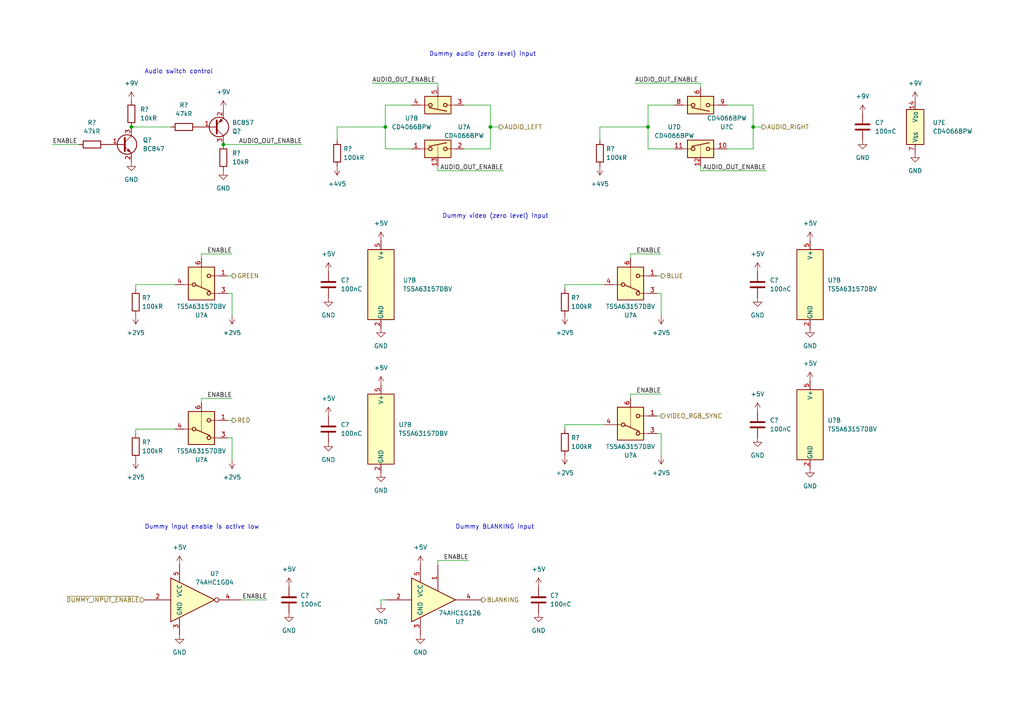
<source format=kicad_sch>
(kicad_sch (version 20230121) (generator eeschema)
  (paper "A4")
  (junction (at 111.76 36.83))
  (junction (at 187.96 36.83))
  (junction (at 64.77 41.91))
  (junction (at 142.24 36.83))
  (junction (at 218.44 36.83))
  (junction (at 38.1 36.83))
  (wire (pts (xy 163.83 123.19) (xy 163.83 124.46)))
  (wire (pts (xy 39.37 124.46) (xy 50.8 124.46)))
  (wire (pts (xy 191.77 125.73) (xy 191.77 132.08)))
  (wire (pts (xy 142.24 43.18) (xy 134.62 43.18)))
  (wire (pts (xy 110.49 175.26) (xy 110.49 173.99)))
  (wire (pts (xy 173.99 36.83) (xy 187.96 36.83)))
  (wire (pts (xy 97.79 36.83) (xy 97.79 40.64)))
  (wire (pts (xy 119.38 30.48) (xy 111.76 30.48)))
  (wire (pts (xy 134.62 30.48) (xy 142.24 30.48)))
  (wire (pts (xy 67.31 85.09) (xy 67.31 91.44)))
  (wire (pts (xy 182.88 73.66) (xy 191.77 73.66)))
  (wire (pts (xy 64.77 41.91) (xy 87.63 41.91)))
  (wire (pts (xy 58.42 73.66) (xy 67.31 73.66)))
  (wire (pts (xy 39.37 124.46) (xy 39.37 125.73)))
  (wire (pts (xy 163.83 82.55) (xy 163.83 83.82)))
  (wire (pts (xy 203.2 49.53) (xy 222.25 49.53)))
  (wire (pts (xy 142.24 30.48) (xy 142.24 36.83)))
  (wire (pts (xy 58.42 115.57) (xy 58.42 116.84)))
  (wire (pts (xy 191.77 85.09) (xy 191.77 91.44)))
  (wire (pts (xy 190.5 80.01) (xy 191.77 80.01)))
  (wire (pts (xy 127 24.13) (xy 127 25.4)))
  (wire (pts (xy 203.2 48.26) (xy 203.2 49.53)))
  (wire (pts (xy 142.24 36.83) (xy 142.24 43.18)))
  (wire (pts (xy 190.5 125.73) (xy 191.77 125.73)))
  (wire (pts (xy 66.04 85.09) (xy 67.31 85.09)))
  (wire (pts (xy 127 162.56) (xy 127 163.83)))
  (wire (pts (xy 218.44 36.83) (xy 218.44 43.18)))
  (wire (pts (xy 182.88 114.3) (xy 191.77 114.3)))
  (wire (pts (xy 38.1 36.83) (xy 49.53 36.83)))
  (wire (pts (xy 58.42 73.66) (xy 58.42 74.93)))
  (wire (pts (xy 187.96 30.48) (xy 187.96 36.83)))
  (wire (pts (xy 163.83 82.55) (xy 175.26 82.55)))
  (wire (pts (xy 97.79 36.83) (xy 111.76 36.83)))
  (wire (pts (xy 66.04 127) (xy 67.31 127)))
  (wire (pts (xy 58.42 115.57) (xy 67.31 115.57)))
  (wire (pts (xy 110.49 173.99) (xy 111.76 173.99)))
  (wire (pts (xy 190.5 85.09) (xy 191.77 85.09)))
  (wire (pts (xy 67.31 127) (xy 67.31 133.35)))
  (wire (pts (xy 190.5 120.65) (xy 191.77 120.65)))
  (wire (pts (xy 146.05 49.53) (xy 127 49.53)))
  (wire (pts (xy 127 49.53) (xy 127 48.26)))
  (wire (pts (xy 66.04 121.92) (xy 67.31 121.92)))
  (wire (pts (xy 22.86 41.91) (xy 15.24 41.91)))
  (wire (pts (xy 195.58 30.48) (xy 187.96 30.48)))
  (wire (pts (xy 218.44 43.18) (xy 210.82 43.18)))
  (wire (pts (xy 39.37 82.55) (xy 39.37 83.82)))
  (wire (pts (xy 182.88 114.3) (xy 182.88 115.57)))
  (wire (pts (xy 39.37 82.55) (xy 50.8 82.55)))
  (wire (pts (xy 173.99 36.83) (xy 173.99 40.64)))
  (wire (pts (xy 218.44 30.48) (xy 218.44 36.83)))
  (wire (pts (xy 163.83 123.19) (xy 175.26 123.19)))
  (wire (pts (xy 210.82 30.48) (xy 218.44 30.48)))
  (wire (pts (xy 127 162.56) (xy 135.89 162.56)))
  (wire (pts (xy 187.96 43.18) (xy 187.96 36.83)))
  (wire (pts (xy 203.2 25.4) (xy 203.2 24.13)))
  (wire (pts (xy 119.38 43.18) (xy 111.76 43.18)))
  (wire (pts (xy 111.76 30.48) (xy 111.76 36.83)))
  (wire (pts (xy 66.04 80.01) (xy 67.31 80.01)))
  (wire (pts (xy 127 24.13) (xy 107.95 24.13)))
  (wire (pts (xy 69.85 173.99) (xy 77.47 173.99)))
  (wire (pts (xy 195.58 43.18) (xy 187.96 43.18)))
  (wire (pts (xy 111.76 43.18) (xy 111.76 36.83)))
  (wire (pts (xy 182.88 73.66) (xy 182.88 74.93)))
  (wire (pts (xy 184.15 24.13) (xy 203.2 24.13)))
  (wire (pts (xy 144.78 36.83) (xy 142.24 36.83)))
  (wire (pts (xy 220.98 36.83) (xy 218.44 36.83)))
  (text "Dummy input enable is active low" (at 41.91 153.67 0) (effects (font (size 1.27 1.27)) (justify left bottom)))
  (text "Dummy video (zero level) input" (at 128.27 63.5 0) (effects (font (size 1.27 1.27)) (justify left bottom)))
  (text "Dummy audio (zero level) input" (at 124.46 16.51 0) (effects (font (size 1.27 1.27)) (justify left bottom)))
  (text "Dummy BLANKING input" (at 132.08 153.67 0) (effects (font (size 1.27 1.27)) (justify left bottom)))
  (text "Audio switch control" (at 41.91 21.59 0) (effects (font (size 1.27 1.27)) (justify left bottom)))
  (label "ENABLE" (at 191.77 73.66 180))
  (label "ENABLE" (at 77.47 173.99 180))
  (label "ENABLE" (at 67.31 115.57 180))
  (label "ENABLE" (at 135.89 162.56 180))
  (label "AUDIO_OUT_ENABLE" (at 184.15 24.13 0))
  (label "AUDIO_OUT_ENABLE" (at 87.63 41.91 180))
  (label "AUDIO_OUT_ENABLE" (at 107.95 24.13 0))
  (label "ENABLE" (at 67.31 73.66 180))
  (label "AUDIO_OUT_ENABLE" (at 222.25 49.53 180))
  (label "ENABLE" (at 15.24 41.91 0))
  (label "AUDIO_OUT_ENABLE" (at 146.05 49.53 180))
  (label "ENABLE" (at 191.77 114.3 180))
  (hierarchical_label "BLUE" (shape output) (at 191.77 80.01 0))
  (hierarchical_label "AUDIO_RIGHT" (shape output) (at 220.98 36.83 0))
  (hierarchical_label "VIDEO_RGB_SYNC" (shape output) (at 191.77 120.65 0))
  (hierarchical_label "AUDIO_LEFT" (shape output) (at 144.78 36.83 0))
  (hierarchical_label "RED" (shape output) (at 67.31 121.92 0))
  (hierarchical_label "GREEN" (shape output) (at 67.31 80.01 0))
  (hierarchical_label "~{DUMMY_INPUT_ENABLE}" (shape input) (at 41.91 173.99 180))
  (hierarchical_label "BLANKING" (shape output) (at 139.7 173.99 0))
  (symbol (lib_id "Device:R") (at 26.67 41.91 90) (unit 1)
    (property "Reference" "R?" (at 26.67 35.56 90))
    (property "Value" "47kR" (at 26.67 38.1 90))
    (property "Footprint" "Resistor_SMD:R_0805_2012Metric_Pad1.20x1.40mm_HandSolder" (effects hide))
    (instances (project "SCART_switcher" (path "" (reference "R?") (unit 1)) (path "" (reference "R?") (unit 1)) (path "" (reference "R?") (unit 1)) (path "" (reference "R?") (unit 1)) (path "" (reference "R?") (unit 1)) (path "" (reference "R?") (unit 1)) (path "" (reference "R?") (unit 1)) (path "" (reference "R?") (unit 1)) (path "" (reference "R?") (unit 1)) (path "" (reference "R?") (unit 1)) (path "" (reference "R131") (unit 1))))
  )
  (symbol (lib_id "Device:R") (at 39.37 129.54 0) (unit 1)
    (property "Reference" "R?" (at 41.148 128.27 0) (effects (justify left)))
    (property "Value" "100kR" (at 41.148 130.81 0) (effects (justify left)))
    (property "Footprint" "Resistor_SMD:R_0805_2012Metric_Pad1.20x1.40mm_HandSolder" (effects hide))
    (instances (project "SCART_switcher" (path "" (reference "R?") (unit 1)) (path "" (reference "R?") (unit 1)) (path "" (reference "R?") (unit 1)) (path "" (reference "R?") (unit 1)) (path "" (reference "R?") (unit 1)) (path "" (reference "R?") (unit 1)) (path "" (reference "R?") (unit 1)) (path "" (reference "R?") (unit 1)) (path "" (reference "R?") (unit 1)) (path "" (reference "R?") (unit 1)) (path "" (reference "R?") (unit 1)) (path "" (reference "R?") (unit 1)) (path "" (reference "R?") (unit 1)) (path "" (reference "R?") (unit 1)) (path "" (reference "R?") (unit 1)) (path "" (reference "R?") (unit 1)) (path "" (reference "R?") (unit 1)) (path "" (reference "R?") (unit 1)) (path "" (reference "R?") (unit 1)) (path "" (reference "R?") (unit 1)) (path "" (reference "R?") (unit 1)) (path "" (reference "R?") (unit 1)) (path "" (reference "R?") (unit 1)) (path "" (reference "R?") (unit 1)) (path "" (reference "R?") (unit 1)) (path "" (reference "R?") (unit 1)) (path "" (reference "R?") (unit 1)) (path "" (reference "R?") (unit 1)) (path "" (reference "R?") (unit 1)) (path "" (reference "R?") (unit 1)) (path "" (reference "R134") (unit 1))))
  )
  (symbol (lib_id "power:+9V") (at 64.77 31.75 0) (unit 1)
    (property "Reference" "#PWR?" (effects hide))
    (property "Value" "+9V" (at 64.77 26.67 0))
    (instances (project "SCART_switcher" (path "" (reference "#PWR?") (unit 1)) (path "" (reference "#PWR?") (unit 1)) (path "" (reference "#PWR?") (unit 1)) (path "" (reference "#PWR?") (unit 1)) (path "" (reference "#PWR?") (unit 1)) (path "" (reference "#PWR?") (unit 1)) (path "" (reference "#PWR?") (unit 1)) (path "" (reference "#PWR?") (unit 1)) (path "" (reference "#PWR?") (unit 1)) (path "" (reference "#PWR?") (unit 1)) (path "" (reference "#PWR?") (unit 1)) (path "" (reference "#PWR?") (unit 1)) (path "" (reference "#PWR?") (unit 1)) (path "" (reference "#PWR?") (unit 1)) (path "" (reference "#PWR?") (unit 1)) (path "" (reference "#PWR?") (unit 1)) (path "" (reference "#PWR?") (unit 1)) (path "" (reference "#PWR?") (unit 1)) (path "" (reference "#PWR?") (unit 1)) (path "" (reference "#PWR?") (unit 1)) (path "" (reference "#PWR?") (unit 1)) (path "" (reference "#PWR0402") (unit 1))))
  )
  (symbol (lib_id "Transistor_BJT:BC847") (at 35.56 41.91 0) (unit 1)
    (property "Reference" "Q?" (at 41.402 40.64 0) (effects (justify left)))
    (property "Value" "BC847" (at 41.402 43.18 0) (effects (justify left)))
    (property "Footprint" "Package_TO_SOT_SMD:SOT-23" (effects hide))
    (property "Datasheet" "https://datasheet.lcsc.com/lcsc/2304140030_Nexperia-BC847B-215_C57668.pdf" (effects hide))
    (property "MPN" "BC847B,215" (effects hide))
    (instances (project "SCART_switcher" (path "" (reference "Q?") (unit 1)) (path "" (reference "Q?") (unit 1)) (path "" (reference "Q?") (unit 1)) (path "" (reference "Q?") (unit 1)) (path "" (reference "Q?") (unit 1)) (path "" (reference "Q?") (unit 1)) (path "" (reference "Q?") (unit 1)) (path "" (reference "Q?") (unit 1)) (path "" (reference "Q?") (unit 1)) (path "" (reference "Q?") (unit 1)) (path "" (reference "Q?") (unit 1)) (path "" (reference "Q?") (unit 1)) (path "" (reference "Q?") (unit 1)) (path "" (reference "Q?") (unit 1)) (path "" (reference "Q?") (unit 1)) (path "" (reference "Q?") (unit 1)) (path "" (reference "Q?") (unit 1)) (path "" (reference "Q?") (unit 1)) (path "" (reference "Q?") (unit 1)) (path "" (reference "Q?") (unit 1)) (path "" (reference "Q30") (unit 1))))
  )
  (symbol (lib_id "Device:C") (at 250.19 36.83 0) (unit 1)
    (property "Reference" "C?" (at 253.746 35.56 0) (effects (justify left)))
    (property "Value" "100nC" (at 253.746 38.1 0) (effects (justify left)))
    (property "Footprint" "Capacitor_SMD:C_0805_2012Metric_Pad1.18x1.45mm_HandSolder" (effects hide))
    (property "Datasheet" "https://datasheet.lcsc.com/lcsc/1810191215_Samsung-Electro-Mechanics-CL21B104KBCNNNC_C1711.pdf" (effects hide))
    (property "MPN" "CL21B104KBCNNNC" (effects hide))
    (instances (project "SCART_switcher" (path "" (reference "C?") (unit 1)) (path "" (reference "C?") (unit 1)) (path "" (reference "C?") (unit 1)) (path "" (reference "C?") (unit 1)) (path "" (reference "C?") (unit 1)) (path "" (reference "C?") (unit 1)) (path "" (reference "C?") (unit 1)) (path "" (reference "C?") (unit 1)) (path "" (reference "C?") (unit 1)) (path "" (reference "C?") (unit 1)) (path "" (reference "C?") (unit 1)) (path "" (reference "C?") (unit 1)) (path "" (reference "C?") (unit 1)) (path "" (reference "C?") (unit 1)) (path "" (reference "C?") (unit 1)) (path "" (reference "C?") (unit 1)) (path "" (reference "C?") (unit 1)) (path "" (reference "C?") (unit 1)) (path "" (reference "C?") (unit 1)) (path "" (reference "C?") (unit 1)) (path "" (reference "C77") (unit 1))))
  )
  (symbol (lib_id "power:+5V") (at 52.07 163.83 0) (unit 1)
    (property "Reference" "#PWR?" (effects hide))
    (property "Value" "+5V" (at 52.07 158.75 0))
    (instances (project "SCART_switcher" (path "" (reference "#PWR?") (unit 1)) (path "" (reference "#PWR?") (unit 1)) (path "" (reference "#PWR?") (unit 1)) (path "" (reference "#PWR?") (unit 1)) (path "" (reference "#PWR?") (unit 1)) (path "" (reference "#PWR?") (unit 1)) (path "" (reference "#PWR?") (unit 1)) (path "" (reference "#PWR?") (unit 1)) (path "" (reference "#PWR?") (unit 1)) (path "" (reference "#PWR?") (unit 1)) (path "" (reference "#PWR?") (unit 1)) (path "" (reference "#PWR?") (unit 1)) (path "" (reference "#PWR0400") (unit 1))))
  )
  (symbol (lib_id "power:GND") (at 219.71 127 0) (unit 1)
    (property "Reference" "#PWR?" (effects hide))
    (property "Value" "GND" (at 219.71 132.08 0))
    (instances (project "SCART_switcher" (path "" (reference "#PWR?") (unit 1)) (path "" (reference "#PWR?") (unit 1)) (path "" (reference "#PWR?") (unit 1)) (path "" (reference "#PWR?") (unit 1)) (path "" (reference "#PWR?") (unit 1)) (path "" (reference "#PWR?") (unit 1)) (path "" (reference "#PWR?") (unit 1)) (path "" (reference "#PWR?") (unit 1)) (path "" (reference "#PWR?") (unit 1)) (path "" (reference "#PWR?") (unit 1)) (path "" (reference "#PWR?") (unit 1)) (path "" (reference "#PWR?") (unit 1)) (path "" (reference "#PWR?") (unit 1)) (path "" (reference "#PWR?") (unit 1)) (path "" (reference "#PWR?") (unit 1)) (path "" (reference "#PWR?") (unit 1)) (path "" (reference "#PWR?") (unit 1)) (path "" (reference "#PWR?") (unit 1)) (path "" (reference "#PWR?") (unit 1)) (path "" (reference "#PWR?") (unit 1)) (path "" (reference "#PWR0430") (unit 1))))
  )
  (symbol (lib_id "power:GND") (at 38.1 46.99 0) (unit 1)
    (property "Reference" "#PWR?" (effects hide))
    (property "Value" "GND" (at 38.1 52.07 0))
    (instances (project "SCART_switcher" (path "" (reference "#PWR?") (unit 1)) (path "" (reference "#PWR?") (unit 1)) (path "" (reference "#PWR?") (unit 1)) (path "" (reference "#PWR?") (unit 1)) (path "" (reference "#PWR?") (unit 1)) (path "" (reference "#PWR?") (unit 1)) (path "" (reference "#PWR?") (unit 1)) (path "" (reference "#PWR?") (unit 1)) (path "" (reference "#PWR?") (unit 1)) (path "" (reference "#PWR?") (unit 1)) (path "" (reference "#PWR?") (unit 1)) (path "" (reference "#PWR?") (unit 1)) (path "" (reference "#PWR?") (unit 1)) (path "" (reference "#PWR?") (unit 1)) (path "" (reference "#PWR?") (unit 1)) (path "" (reference "#PWR?") (unit 1)) (path "" (reference "#PWR?") (unit 1)) (path "" (reference "#PWR?") (unit 1)) (path "" (reference "#PWR?") (unit 1)) (path "" (reference "#PWR?") (unit 1)) (path "" (reference "#PWR0397") (unit 1))))
  )
  (symbol (lib_id "Analog_Switch:TS5A63157DBV") (at 234.95 123.19 0) (unit 2)
    (property "Reference" "U?" (at 240.03 121.92 0) (effects (justify left)))
    (property "Value" "TS5A63157DBV" (at 240.03 124.46 0) (effects (justify left)))
    (property "Footprint" "Package_TO_SOT_SMD:SOT-23-6" (effects hide))
    (property "Datasheet" "https://www.ti.com/lit/ds/symlink/ts5a63157.pdf" (effects hide))
    (instances (project "SCART_switcher" (path "" (reference "U?") (unit 2)) (path "" (reference "U?") (unit 2)) (path "" (reference "U?") (unit 2)) (path "" (reference "U?") (unit 2)) (path "" (reference "U?") (unit 2)) (path "" (reference "U?") (unit 2)) (path "" (reference "U?") (unit 2)) (path "" (reference "U?") (unit 2)) (path "" (reference "U?") (unit 2)) (path "" (reference "U?") (unit 2)) (path "" (reference "U63") (unit 2))))
  )
  (symbol (lib_id "power:GND") (at 110.49 137.16 0) (unit 1)
    (property "Reference" "#PWR?" (effects hide))
    (property "Value" "GND" (at 110.49 142.24 0))
    (instances (project "SCART_switcher" (path "" (reference "#PWR?") (unit 1)) (path "" (reference "#PWR?") (unit 1)) (path "" (reference "#PWR?") (unit 1)) (path "" (reference "#PWR?") (unit 1)) (path "" (reference "#PWR?") (unit 1)) (path "" (reference "#PWR?") (unit 1)) (path "" (reference "#PWR?") (unit 1)) (path "" (reference "#PWR?") (unit 1)) (path "" (reference "#PWR?") (unit 1)) (path "" (reference "#PWR?") (unit 1)) (path "" (reference "#PWR?") (unit 1)) (path "" (reference "#PWR?") (unit 1)) (path "" (reference "#PWR?") (unit 1)) (path "" (reference "#PWR?") (unit 1)) (path "" (reference "#PWR?") (unit 1)) (path "" (reference "#PWR?") (unit 1)) (path "" (reference "#PWR?") (unit 1)) (path "" (reference "#PWR?") (unit 1)) (path "" (reference "#PWR?") (unit 1)) (path "" (reference "#PWR?") (unit 1)) (path "" (reference "#PWR0416") (unit 1))))
  )
  (symbol (lib_id "Device:R") (at 163.83 128.27 0) (unit 1)
    (property "Reference" "R?" (at 165.608 127 0) (effects (justify left)))
    (property "Value" "100kR" (at 165.608 129.54 0) (effects (justify left)))
    (property "Footprint" "Resistor_SMD:R_0805_2012Metric_Pad1.20x1.40mm_HandSolder" (effects hide))
    (instances (project "SCART_switcher" (path "" (reference "R?") (unit 1)) (path "" (reference "R?") (unit 1)) (path "" (reference "R?") (unit 1)) (path "" (reference "R?") (unit 1)) (path "" (reference "R?") (unit 1)) (path "" (reference "R?") (unit 1)) (path "" (reference "R?") (unit 1)) (path "" (reference "R?") (unit 1)) (path "" (reference "R?") (unit 1)) (path "" (reference "R?") (unit 1)) (path "" (reference "R?") (unit 1)) (path "" (reference "R?") (unit 1)) (path "" (reference "R?") (unit 1)) (path "" (reference "R?") (unit 1)) (path "" (reference "R?") (unit 1)) (path "" (reference "R?") (unit 1)) (path "" (reference "R?") (unit 1)) (path "" (reference "R?") (unit 1)) (path "" (reference "R?") (unit 1)) (path "" (reference "R?") (unit 1)) (path "" (reference "R?") (unit 1)) (path "" (reference "R?") (unit 1)) (path "" (reference "R?") (unit 1)) (path "" (reference "R?") (unit 1)) (path "" (reference "R?") (unit 1)) (path "" (reference "R?") (unit 1)) (path "" (reference "R?") (unit 1)) (path "" (reference "R?") (unit 1)) (path "" (reference "R?") (unit 1)) (path "" (reference "R?") (unit 1)) (path "" (reference "R139") (unit 1))))
  )
  (symbol (lib_id "power:+2V5") (at 191.77 132.08 180) (unit 1)
    (property "Reference" "#PWR?" (effects hide))
    (property "Value" "+2V5" (at 191.77 137.16 0))
    (instances (project "SCART_switcher" (path "" (reference "#PWR?") (unit 1)) (path "" (reference "#PWR?") (unit 1)) (path "" (reference "#PWR?") (unit 1)) (path "" (reference "#PWR?") (unit 1)) (path "" (reference "#PWR?") (unit 1)) (path "" (reference "#PWR?") (unit 1)) (path "" (reference "#PWR?") (unit 1)) (path "" (reference "#PWR?") (unit 1)) (path "" (reference "#PWR?") (unit 1)) (path "" (reference "#PWR?") (unit 1)) (path "" (reference "#PWR?") (unit 1)) (path "" (reference "#PWR0426") (unit 1))))
  )
  (symbol (lib_id "power:+2V5") (at 163.83 91.44 180) (unit 1)
    (property "Reference" "#PWR?" (effects hide))
    (property "Value" "+2V5" (at 163.83 96.52 0))
    (instances (project "SCART_switcher" (path "" (reference "#PWR?") (unit 1)) (path "" (reference "#PWR?") (unit 1)) (path "" (reference "#PWR?") (unit 1)) (path "" (reference "#PWR?") (unit 1)) (path "" (reference "#PWR?") (unit 1)) (path "" (reference "#PWR?") (unit 1)) (path "" (reference "#PWR?") (unit 1)) (path "" (reference "#PWR?") (unit 1)) (path "" (reference "#PWR?") (unit 1)) (path "" (reference "#PWR?") (unit 1)) (path "" (reference "#PWR?") (unit 1)) (path "" (reference "#PWR0422") (unit 1))))
  )
  (symbol (lib_id "power:+9V") (at 250.19 33.02 0) (unit 1)
    (property "Reference" "#PWR?" (effects hide))
    (property "Value" "+9V" (at 250.19 27.94 0))
    (instances (project "SCART_switcher" (path "" (reference "#PWR?") (unit 1)) (path "" (reference "#PWR?") (unit 1)) (path "" (reference "#PWR?") (unit 1)) (path "" (reference "#PWR?") (unit 1)) (path "" (reference "#PWR?") (unit 1)) (path "" (reference "#PWR?") (unit 1)) (path "" (reference "#PWR?") (unit 1)) (path "" (reference "#PWR?") (unit 1)) (path "" (reference "#PWR?") (unit 1)) (path "" (reference "#PWR?") (unit 1)) (path "" (reference "#PWR?") (unit 1)) (path "" (reference "#PWR?") (unit 1)) (path "" (reference "#PWR?") (unit 1)) (path "" (reference "#PWR?") (unit 1)) (path "" (reference "#PWR?") (unit 1)) (path "" (reference "#PWR?") (unit 1)) (path "" (reference "#PWR?") (unit 1)) (path "" (reference "#PWR?") (unit 1)) (path "" (reference "#PWR?") (unit 1)) (path "" (reference "#PWR?") (unit 1)) (path "" (reference "#PWR?") (unit 1)) (path "" (reference "#PWR0435") (unit 1))))
  )
  (symbol (lib_id "Analog_Switch:TS5A63157DBV") (at 234.95 82.55 0) (unit 2)
    (property "Reference" "U?" (at 240.03 81.28 0) (effects (justify left)))
    (property "Value" "TS5A63157DBV" (at 240.03 83.82 0) (effects (justify left)))
    (property "Footprint" "Package_TO_SOT_SMD:SOT-23-6" (effects hide))
    (property "Datasheet" "https://www.ti.com/lit/ds/symlink/ts5a63157.pdf" (effects hide))
    (instances (project "SCART_switcher" (path "" (reference "U?") (unit 2)) (path "" (reference "U?") (unit 2)) (path "" (reference "U?") (unit 2)) (path "" (reference "U?") (unit 2)) (path "" (reference "U?") (unit 2)) (path "" (reference "U?") (unit 2)) (path "" (reference "U?") (unit 2)) (path "" (reference "U?") (unit 2)) (path "" (reference "U?") (unit 2)) (path "" (reference "U?") (unit 2)) (path "" (reference "U62") (unit 2))))
  )
  (symbol (lib_id "power:+2V5") (at 163.83 132.08 180) (unit 1)
    (property "Reference" "#PWR?" (effects hide))
    (property "Value" "+2V5" (at 163.83 137.16 0))
    (instances (project "SCART_switcher" (path "" (reference "#PWR?") (unit 1)) (path "" (reference "#PWR?") (unit 1)) (path "" (reference "#PWR?") (unit 1)) (path "" (reference "#PWR?") (unit 1)) (path "" (reference "#PWR?") (unit 1)) (path "" (reference "#PWR?") (unit 1)) (path "" (reference "#PWR?") (unit 1)) (path "" (reference "#PWR?") (unit 1)) (path "" (reference "#PWR?") (unit 1)) (path "" (reference "#PWR?") (unit 1)) (path "" (reference "#PWR?") (unit 1)) (path "" (reference "#PWR0423") (unit 1))))
  )
  (symbol (lib_id "Device:C") (at 219.71 82.55 0) (unit 1)
    (property "Reference" "C?" (at 223.266 81.28 0) (effects (justify left)))
    (property "Value" "100nC" (at 223.266 83.82 0) (effects (justify left)))
    (property "Footprint" "Capacitor_SMD:C_0805_2012Metric_Pad1.18x1.45mm_HandSolder" (effects hide))
    (property "Datasheet" "https://datasheet.lcsc.com/lcsc/1810191215_Samsung-Electro-Mechanics-CL21B104KBCNNNC_C1711.pdf" (effects hide))
    (property "MPN" "CL21B104KBCNNNC" (effects hide))
    (instances (project "SCART_switcher" (path "" (reference "C?") (unit 1)) (path "" (reference "C?") (unit 1)) (path "" (reference "C?") (unit 1)) (path "" (reference "C?") (unit 1)) (path "" (reference "C?") (unit 1)) (path "" (reference "C?") (unit 1)) (path "" (reference "C?") (unit 1)) (path "" (reference "C?") (unit 1)) (path "" (reference "C?") (unit 1)) (path "" (reference "C?") (unit 1)) (path "" (reference "C?") (unit 1)) (path "" (reference "C?") (unit 1)) (path "" (reference "C?") (unit 1)) (path "" (reference "C?") (unit 1)) (path "" (reference "C?") (unit 1)) (path "" (reference "C?") (unit 1)) (path "" (reference "C?") (unit 1)) (path "" (reference "C?") (unit 1)) (path "" (reference "C?") (unit 1)) (path "" (reference "C?") (unit 1)) (path "" (reference "C75") (unit 1))))
  )
  (symbol (lib_id "Device:R") (at 38.1 33.02 0) (unit 1)
    (property "Reference" "R?" (at 40.64 31.75 0) (effects (justify left)))
    (property "Value" "10kR" (at 40.64 34.29 0) (effects (justify left)))
    (property "Footprint" "Resistor_SMD:R_0805_2012Metric_Pad1.20x1.40mm_HandSolder" (effects hide))
    (property "Datasheet" "https://datasheet.lcsc.com/lcsc/1810201611_YAGEO-RC0805FR-0710KL_C84376.pdf" (effects hide))
    (property "MPN" "RC0805FR-0710KL" (effects hide))
    (instances (project "SCART_switcher" (path "" (reference "R?") (unit 1)) (path "" (reference "R?") (unit 1)) (path "" (reference "R?") (unit 1)) (path "" (reference "R?") (unit 1)) (path "" (reference "R?") (unit 1)) (path "" (reference "R?") (unit 1)) (path "" (reference "R?") (unit 1)) (path "" (reference "R?") (unit 1)) (path "" (reference "R?") (unit 1)) (path "" (reference "R?") (unit 1)) (path "" (reference "R132") (unit 1))))
  )
  (symbol (lib_id "Device:R") (at 173.99 44.45 0) (unit 1)
    (property "Reference" "R?" (at 175.768 43.18 0) (effects (justify left)))
    (property "Value" "100kR" (at 175.768 45.72 0) (effects (justify left)))
    (property "Footprint" "Resistor_SMD:R_0805_2012Metric_Pad1.20x1.40mm_HandSolder" (effects hide))
    (instances (project "SCART_switcher" (path "" (reference "R?") (unit 1)) (path "" (reference "R?") (unit 1)) (path "" (reference "R?") (unit 1)) (path "" (reference "R?") (unit 1)) (path "" (reference "R?") (unit 1)) (path "" (reference "R?") (unit 1)) (path "" (reference "R?") (unit 1)) (path "" (reference "R?") (unit 1)) (path "" (reference "R?") (unit 1)) (path "" (reference "R?") (unit 1)) (path "" (reference "R?") (unit 1)) (path "" (reference "R?") (unit 1)) (path "" (reference "R?") (unit 1)) (path "" (reference "R?") (unit 1)) (path "" (reference "R?") (unit 1)) (path "" (reference "R?") (unit 1)) (path "" (reference "R?") (unit 1)) (path "" (reference "R?") (unit 1)) (path "" (reference "R?") (unit 1)) (path "" (reference "R?") (unit 1)) (path "" (reference "R140") (unit 1))))
  )
  (symbol (lib_id "power:+5V") (at 121.92 163.83 0) (unit 1)
    (property "Reference" "#PWR?" (effects hide))
    (property "Value" "+5V" (at 121.92 158.75 0))
    (instances (project "SCART_switcher" (path "" (reference "#PWR?") (unit 1)) (path "" (reference "#PWR?") (unit 1)) (path "" (reference "#PWR?") (unit 1)) (path "" (reference "#PWR?") (unit 1)) (path "" (reference "#PWR?") (unit 1)) (path "" (reference "#PWR?") (unit 1)) (path "" (reference "#PWR?") (unit 1)) (path "" (reference "#PWR?") (unit 1)) (path "" (reference "#PWR?") (unit 1)) (path "" (reference "#PWR?") (unit 1)) (path "" (reference "#PWR?") (unit 1)) (path "" (reference "#PWR?") (unit 1)) (path "" (reference "#PWR?") (unit 1)) (path "" (reference "#PWR?") (unit 1)) (path "" (reference "#PWR?") (unit 1)) (path "" (reference "#PWR?") (unit 1)) (path "" (reference "#PWR?") (unit 1)) (path "" (reference "#PWR?") (unit 1)) (path "" (reference "#PWR?") (unit 1)) (path "" (reference "#PWR?") (unit 1)) (path "" (reference "#PWR0418") (unit 1))))
  )
  (symbol (lib_id "74xGxx:74AHC1G126") (at 127 173.99 0) (unit 1)
    (property "Reference" "U?" (at 133.35 180.34 0))
    (property "Value" "74AHC1G126" (at 133.35 177.8 0))
    (property "Datasheet" "https://datasheet.lcsc.com/lcsc/2201131130_Diodes-Incorporated-74AHC1G126W5-7_C842263.pdf" (effects hide))
    (property "MPN" "74AHC1G126W5-7" (effects hide))
    (instances (project "SCART_switcher" (path "" (reference "U?") (unit 1)) (path "" (reference "U?") (unit 1)) (path "" (reference "U?") (unit 1)) (path "" (reference "U?") (unit 1)) (path "" (reference "U?") (unit 1)) (path "" (reference "U?") (unit 1)) (path "" (reference "U?") (unit 1)) (path "" (reference "U?") (unit 1)) (path "" (reference "U?") (unit 1)) (path "" (reference "U?") (unit 1)) (path "" (reference "U?") (unit 1)) (path "" (reference "U?") (unit 1)) (path "" (reference "U?") (unit 1)) (path "" (reference "U?") (unit 1)) (path "" (reference "U?") (unit 1)) (path "" (reference "U?") (unit 1)) (path "" (reference "U?") (unit 1)) (path "" (reference "U?") (unit 1)) (path "" (reference "U?") (unit 1)) (path "" (reference "U?") (unit 1)) (path "" (reference "U61") (unit 1))))
  )
  (symbol (lib_id "power:GND") (at 95.25 128.27 0) (unit 1)
    (property "Reference" "#PWR?" (effects hide))
    (property "Value" "GND" (at 95.25 133.35 0))
    (instances (project "SCART_switcher" (path "" (reference "#PWR?") (unit 1)) (path "" (reference "#PWR?") (unit 1)) (path "" (reference "#PWR?") (unit 1)) (path "" (reference "#PWR?") (unit 1)) (path "" (reference "#PWR?") (unit 1)) (path "" (reference "#PWR?") (unit 1)) (path "" (reference "#PWR?") (unit 1)) (path "" (reference "#PWR?") (unit 1)) (path "" (reference "#PWR?") (unit 1)) (path "" (reference "#PWR?") (unit 1)) (path "" (reference "#PWR?") (unit 1)) (path "" (reference "#PWR?") (unit 1)) (path "" (reference "#PWR?") (unit 1)) (path "" (reference "#PWR?") (unit 1)) (path "" (reference "#PWR?") (unit 1)) (path "" (reference "#PWR?") (unit 1)) (path "" (reference "#PWR?") (unit 1)) (path "" (reference "#PWR?") (unit 1)) (path "" (reference "#PWR?") (unit 1)) (path "" (reference "#PWR?") (unit 1)) (path "" (reference "#PWR0411") (unit 1))))
  )
  (symbol (lib_id "power:+9V") (at 38.1 29.21 0) (unit 1)
    (property "Reference" "#PWR?" (effects hide))
    (property "Value" "+9V" (at 38.1 24.13 0))
    (instances (project "SCART_switcher" (path "" (reference "#PWR?") (unit 1)) (path "" (reference "#PWR?") (unit 1)) (path "" (reference "#PWR?") (unit 1)) (path "" (reference "#PWR?") (unit 1)) (path "" (reference "#PWR?") (unit 1)) (path "" (reference "#PWR?") (unit 1)) (path "" (reference "#PWR?") (unit 1)) (path "" (reference "#PWR?") (unit 1)) (path "" (reference "#PWR?") (unit 1)) (path "" (reference "#PWR?") (unit 1)) (path "" (reference "#PWR?") (unit 1)) (path "" (reference "#PWR?") (unit 1)) (path "" (reference "#PWR?") (unit 1)) (path "" (reference "#PWR?") (unit 1)) (path "" (reference "#PWR?") (unit 1)) (path "" (reference "#PWR?") (unit 1)) (path "" (reference "#PWR?") (unit 1)) (path "" (reference "#PWR?") (unit 1)) (path "" (reference "#PWR?") (unit 1)) (path "" (reference "#PWR?") (unit 1)) (path "" (reference "#PWR?") (unit 1)) (path "" (reference "#PWR0396") (unit 1))))
  )
  (symbol (lib_id "power:+5V") (at 83.82 170.18 0) (unit 1)
    (property "Reference" "#PWR?" (effects hide))
    (property "Value" "+5V" (at 83.82 165.1 0))
    (instances (project "SCART_switcher" (path "" (reference "#PWR?") (unit 1)) (path "" (reference "#PWR?") (unit 1)) (path "" (reference "#PWR?") (unit 1)) (path "" (reference "#PWR?") (unit 1)) (path "" (reference "#PWR?") (unit 1)) (path "" (reference "#PWR?") (unit 1)) (path "" (reference "#PWR?") (unit 1)) (path "" (reference "#PWR?") (unit 1)) (path "" (reference "#PWR?") (unit 1)) (path "" (reference "#PWR?") (unit 1)) (path "" (reference "#PWR?") (unit 1)) (path "" (reference "#PWR?") (unit 1)) (path "" (reference "#PWR?") (unit 1)) (path "" (reference "#PWR?") (unit 1)) (path "" (reference "#PWR?") (unit 1)) (path "" (reference "#PWR?") (unit 1)) (path "" (reference "#PWR?") (unit 1)) (path "" (reference "#PWR?") (unit 1)) (path "" (reference "#PWR?") (unit 1)) (path "" (reference "#PWR?") (unit 1)) (path "" (reference "#PWR0406") (unit 1))))
  )
  (symbol (lib_id "power:+5V") (at 110.49 111.76 0) (unit 1)
    (property "Reference" "#PWR?" (effects hide))
    (property "Value" "+5V" (at 110.49 106.68 0))
    (instances (project "SCART_switcher" (path "" (reference "#PWR?") (unit 1)) (path "" (reference "#PWR?") (unit 1)) (path "" (reference "#PWR?") (unit 1)) (path "" (reference "#PWR?") (unit 1)) (path "" (reference "#PWR?") (unit 1)) (path "" (reference "#PWR?") (unit 1)) (path "" (reference "#PWR?") (unit 1)) (path "" (reference "#PWR?") (unit 1)) (path "" (reference "#PWR?") (unit 1)) (path "" (reference "#PWR?") (unit 1)) (path "" (reference "#PWR?") (unit 1)) (path "" (reference "#PWR?") (unit 1)) (path "" (reference "#PWR?") (unit 1)) (path "" (reference "#PWR?") (unit 1)) (path "" (reference "#PWR?") (unit 1)) (path "" (reference "#PWR?") (unit 1)) (path "" (reference "#PWR?") (unit 1)) (path "" (reference "#PWR?") (unit 1)) (path "" (reference "#PWR?") (unit 1)) (path "" (reference "#PWR?") (unit 1)) (path "" (reference "#PWR0415") (unit 1))))
  )
  (symbol (lib_id "Device:R") (at 64.77 45.72 0) (unit 1)
    (property "Reference" "R?" (at 67.31 44.45 0) (effects (justify left)))
    (property "Value" "10kR" (at 67.31 46.99 0) (effects (justify left)))
    (property "Footprint" "Resistor_SMD:R_0805_2012Metric_Pad1.20x1.40mm_HandSolder" (effects hide))
    (property "Datasheet" "https://datasheet.lcsc.com/lcsc/1810201611_YAGEO-RC0805FR-0710KL_C84376.pdf" (effects hide))
    (property "MPN" "RC0805FR-0710KL" (effects hide))
    (instances (project "SCART_switcher" (path "" (reference "R?") (unit 1)) (path "" (reference "R?") (unit 1)) (path "" (reference "R?") (unit 1)) (path "" (reference "R?") (unit 1)) (path "" (reference "R?") (unit 1)) (path "" (reference "R?") (unit 1)) (path "" (reference "R?") (unit 1)) (path "" (reference "R?") (unit 1)) (path "" (reference "R?") (unit 1)) (path "" (reference "R?") (unit 1)) (path "" (reference "R136") (unit 1))))
  )
  (symbol (lib_id "power:+5V") (at 156.21 170.18 0) (unit 1)
    (property "Reference" "#PWR?" (effects hide))
    (property "Value" "+5V" (at 156.21 165.1 0))
    (instances (project "SCART_switcher" (path "" (reference "#PWR?") (unit 1)) (path "" (reference "#PWR?") (unit 1)) (path "" (reference "#PWR?") (unit 1)) (path "" (reference "#PWR?") (unit 1)) (path "" (reference "#PWR?") (unit 1)) (path "" (reference "#PWR?") (unit 1)) (path "" (reference "#PWR?") (unit 1)) (path "" (reference "#PWR?") (unit 1)) (path "" (reference "#PWR?") (unit 1)) (path "" (reference "#PWR?") (unit 1)) (path "" (reference "#PWR?") (unit 1)) (path "" (reference "#PWR?") (unit 1)) (path "" (reference "#PWR?") (unit 1)) (path "" (reference "#PWR?") (unit 1)) (path "" (reference "#PWR?") (unit 1)) (path "" (reference "#PWR?") (unit 1)) (path "" (reference "#PWR?") (unit 1)) (path "" (reference "#PWR?") (unit 1)) (path "" (reference "#PWR?") (unit 1)) (path "" (reference "#PWR?") (unit 1)) (path "" (reference "#PWR0420") (unit 1))))
  )
  (symbol (lib_id "power:GND") (at 234.95 95.25 0) (unit 1)
    (property "Reference" "#PWR?" (effects hide))
    (property "Value" "GND" (at 234.95 100.33 0))
    (instances (project "SCART_switcher" (path "" (reference "#PWR?") (unit 1)) (path "" (reference "#PWR?") (unit 1)) (path "" (reference "#PWR?") (unit 1)) (path "" (reference "#PWR?") (unit 1)) (path "" (reference "#PWR?") (unit 1)) (path "" (reference "#PWR?") (unit 1)) (path "" (reference "#PWR?") (unit 1)) (path "" (reference "#PWR?") (unit 1)) (path "" (reference "#PWR?") (unit 1)) (path "" (reference "#PWR?") (unit 1)) (path "" (reference "#PWR?") (unit 1)) (path "" (reference "#PWR?") (unit 1)) (path "" (reference "#PWR?") (unit 1)) (path "" (reference "#PWR?") (unit 1)) (path "" (reference "#PWR?") (unit 1)) (path "" (reference "#PWR?") (unit 1)) (path "" (reference "#PWR?") (unit 1)) (path "" (reference "#PWR?") (unit 1)) (path "" (reference "#PWR?") (unit 1)) (path "" (reference "#PWR?") (unit 1)) (path "" (reference "#PWR0432") (unit 1))))
  )
  (symbol (lib_id "Device:R") (at 39.37 87.63 0) (unit 1)
    (property "Reference" "R?" (at 41.148 86.36 0) (effects (justify left)))
    (property "Value" "100kR" (at 41.148 88.9 0) (effects (justify left)))
    (property "Footprint" "Resistor_SMD:R_0805_2012Metric_Pad1.20x1.40mm_HandSolder" (effects hide))
    (instances (project "SCART_switcher" (path "" (reference "R?") (unit 1)) (path "" (reference "R?") (unit 1)) (path "" (reference "R?") (unit 1)) (path "" (reference "R?") (unit 1)) (path "" (reference "R?") (unit 1)) (path "" (reference "R?") (unit 1)) (path "" (reference "R?") (unit 1)) (path "" (reference "R?") (unit 1)) (path "" (reference "R?") (unit 1)) (path "" (reference "R?") (unit 1)) (path "" (reference "R?") (unit 1)) (path "" (reference "R?") (unit 1)) (path "" (reference "R?") (unit 1)) (path "" (reference "R?") (unit 1)) (path "" (reference "R?") (unit 1)) (path "" (reference "R?") (unit 1)) (path "" (reference "R?") (unit 1)) (path "" (reference "R?") (unit 1)) (path "" (reference "R?") (unit 1)) (path "" (reference "R?") (unit 1)) (path "" (reference "R?") (unit 1)) (path "" (reference "R?") (unit 1)) (path "" (reference "R?") (unit 1)) (path "" (reference "R?") (unit 1)) (path "" (reference "R?") (unit 1)) (path "" (reference "R?") (unit 1)) (path "" (reference "R?") (unit 1)) (path "" (reference "R?") (unit 1)) (path "" (reference "R?") (unit 1)) (path "" (reference "R?") (unit 1)) (path "" (reference "R133") (unit 1))))
  )
  (symbol (lib_id "power:GND") (at 121.92 184.15 0) (unit 1)
    (property "Reference" "#PWR?" (effects hide))
    (property "Value" "GND" (at 121.92 189.23 0))
    (instances (project "SCART_switcher" (path "" (reference "#PWR?") (unit 1)) (path "" (reference "#PWR?") (unit 1)) (path "" (reference "#PWR?") (unit 1)) (path "" (reference "#PWR?") (unit 1)) (path "" (reference "#PWR?") (unit 1)) (path "" (reference "#PWR?") (unit 1)) (path "" (reference "#PWR?") (unit 1)) (path "" (reference "#PWR?") (unit 1)) (path "" (reference "#PWR?") (unit 1)) (path "" (reference "#PWR?") (unit 1)) (path "" (reference "#PWR?") (unit 1)) (path "" (reference "#PWR?") (unit 1)) (path "" (reference "#PWR?") (unit 1)) (path "" (reference "#PWR?") (unit 1)) (path "" (reference "#PWR?") (unit 1)) (path "" (reference "#PWR?") (unit 1)) (path "" (reference "#PWR?") (unit 1)) (path "" (reference "#PWR?") (unit 1)) (path "" (reference "#PWR?") (unit 1)) (path "" (reference "#PWR?") (unit 1)) (path "" (reference "#PWR0419") (unit 1))))
  )
  (symbol (lib_id "Device:R") (at 53.34 36.83 90) (unit 1)
    (property "Reference" "R?" (at 53.34 30.48 90))
    (property "Value" "47kR" (at 53.34 33.02 90))
    (property "Footprint" "Resistor_SMD:R_0805_2012Metric_Pad1.20x1.40mm_HandSolder" (effects hide))
    (instances (project "SCART_switcher" (path "" (reference "R?") (unit 1)) (path "" (reference "R?") (unit 1)) (path "" (reference "R?") (unit 1)) (path "" (reference "R?") (unit 1)) (path "" (reference "R?") (unit 1)) (path "" (reference "R?") (unit 1)) (path "" (reference "R?") (unit 1)) (path "" (reference "R?") (unit 1)) (path "" (reference "R?") (unit 1)) (path "" (reference "R?") (unit 1)) (path "" (reference "R135") (unit 1))))
  )
  (symbol (lib_id "power:+2V5") (at 67.31 133.35 180) (unit 1)
    (property "Reference" "#PWR?" (effects hide))
    (property "Value" "+2V5" (at 67.31 138.43 0))
    (instances (project "SCART_switcher" (path "" (reference "#PWR?") (unit 1)) (path "" (reference "#PWR?") (unit 1)) (path "" (reference "#PWR?") (unit 1)) (path "" (reference "#PWR?") (unit 1)) (path "" (reference "#PWR?") (unit 1)) (path "" (reference "#PWR?") (unit 1)) (path "" (reference "#PWR?") (unit 1)) (path "" (reference "#PWR?") (unit 1)) (path "" (reference "#PWR?") (unit 1)) (path "" (reference "#PWR?") (unit 1)) (path "" (reference "#PWR?") (unit 1)) (path "" (reference "#PWR0405") (unit 1))))
  )
  (symbol (lib_id "power:+2V5") (at 67.31 91.44 180) (unit 1)
    (property "Reference" "#PWR?" (effects hide))
    (property "Value" "+2V5" (at 67.31 96.52 0))
    (instances (project "SCART_switcher" (path "" (reference "#PWR?") (unit 1)) (path "" (reference "#PWR?") (unit 1)) (path "" (reference "#PWR?") (unit 1)) (path "" (reference "#PWR?") (unit 1)) (path "" (reference "#PWR?") (unit 1)) (path "" (reference "#PWR?") (unit 1)) (path "" (reference "#PWR?") (unit 1)) (path "" (reference "#PWR?") (unit 1)) (path "" (reference "#PWR?") (unit 1)) (path "" (reference "#PWR?") (unit 1)) (path "" (reference "#PWR?") (unit 1)) (path "" (reference "#PWR0404") (unit 1))))
  )
  (symbol (lib_id "Analog_Switch:TS5A63157DBV") (at 182.88 85.09 0) (mirror x) (unit 1)
    (property "Reference" "U?" (at 182.88 91.44 0))
    (property "Value" "TS5A63157DBV" (at 182.88 88.9 0))
    (property "Footprint" "Package_TO_SOT_SMD:SOT-23-6" (effects hide))
    (property "Datasheet" "https://www.ti.com/lit/ds/symlink/ts5a63157.pdf" (effects hide))
    (instances (project "SCART_switcher" (path "" (reference "U?") (unit 1)) (path "" (reference "U?") (unit 1)) (path "" (reference "U?") (unit 1)) (path "" (reference "U?") (unit 1)) (path "" (reference "U?") (unit 1)) (path "" (reference "U?") (unit 1)) (path "" (reference "U?") (unit 1)) (path "" (reference "U?") (unit 1)) (path "" (reference "U?") (unit 1)) (path "" (reference "U?") (unit 1)) (path "" (reference "U62") (unit 1))))
  )
  (symbol (lib_id "power:GND") (at 219.71 86.36 0) (unit 1)
    (property "Reference" "#PWR?" (effects hide))
    (property "Value" "GND" (at 219.71 91.44 0))
    (instances (project "SCART_switcher" (path "" (reference "#PWR?") (unit 1)) (path "" (reference "#PWR?") (unit 1)) (path "" (reference "#PWR?") (unit 1)) (path "" (reference "#PWR?") (unit 1)) (path "" (reference "#PWR?") (unit 1)) (path "" (reference "#PWR?") (unit 1)) (path "" (reference "#PWR?") (unit 1)) (path "" (reference "#PWR?") (unit 1)) (path "" (reference "#PWR?") (unit 1)) (path "" (reference "#PWR?") (unit 1)) (path "" (reference "#PWR?") (unit 1)) (path "" (reference "#PWR?") (unit 1)) (path "" (reference "#PWR?") (unit 1)) (path "" (reference "#PWR?") (unit 1)) (path "" (reference "#PWR?") (unit 1)) (path "" (reference "#PWR?") (unit 1)) (path "" (reference "#PWR?") (unit 1)) (path "" (reference "#PWR?") (unit 1)) (path "" (reference "#PWR?") (unit 1)) (path "" (reference "#PWR?") (unit 1)) (path "" (reference "#PWR0428") (unit 1))))
  )
  (symbol (lib_id "Analog_Switch:TS5A63157DBV") (at 110.49 124.46 0) (unit 2)
    (property "Reference" "U?" (at 115.57 123.19 0) (effects (justify left)))
    (property "Value" "TS5A63157DBV" (at 115.57 125.73 0) (effects (justify left)))
    (property "Footprint" "Package_TO_SOT_SMD:SOT-23-6" (effects hide))
    (property "Datasheet" "https://www.ti.com/lit/ds/symlink/ts5a63157.pdf" (effects hide))
    (instances (project "SCART_switcher" (path "" (reference "U?") (unit 2)) (path "" (reference "U?") (unit 2)) (path "" (reference "U?") (unit 2)) (path "" (reference "U?") (unit 2)) (path "" (reference "U?") (unit 2)) (path "" (reference "U?") (unit 2)) (path "" (reference "U?") (unit 2)) (path "" (reference "U?") (unit 2)) (path "" (reference "U?") (unit 2)) (path "" (reference "U?") (unit 2)) (path "" (reference "U59") (unit 2))))
  )
  (symbol (lib_id "74xGxx:74AHC1G04") (at 57.15 173.99 0) (unit 1)
    (property "Reference" "U?" (at 62.23 166.37 0))
    (property "Value" "74AHC1G04" (at 62.23 168.91 0))
    (property "Footprint" "Package_TO_SOT_SMD:SOT-23-5" (effects hide))
    (property "Datasheet" "https://datasheet.lcsc.com/lcsc/1912111437_Diodes-Incorporated-74AHC1G04W5-7_C460486.pdf" (effects hide))
    (property "MPN" "74AHC1G04W5-7" (effects hide))
    (instances (project "SCART_switcher" (path "" (reference "U?") (unit 1)) (path "" (reference "U?") (unit 1)) (path "" (reference "U?") (unit 1)) (path "" (reference "U?") (unit 1)) (path "" (reference "U?") (unit 1)) (path "" (reference "U?") (unit 1)) (path "" (reference "U?") (unit 1)) (path "" (reference "U?") (unit 1)) (path "" (reference "U?") (unit 1)) (path "" (reference "U?") (unit 1)) (path "" (reference "U57") (unit 1))))
  )
  (symbol (lib_id "Transistor_BJT:BC857") (at 62.23 36.83 0) (mirror x) (unit 1)
    (property "Reference" "Q?" (at 67.31 38.1 0) (effects (justify left)))
    (property "Value" "BC857" (at 67.31 35.56 0) (effects (justify left)))
    (property "Footprint" "Package_TO_SOT_SMD:SOT-23" (effects hide))
    (property "Datasheet" "https://www.onsemi.com/pub/Collateral/BC860-D.pdf" (effects hide))
    (instances (project "SCART_switcher" (path "" (reference "Q?") (unit 1)) (path "" (reference "Q?") (unit 1)) (path "" (reference "Q?") (unit 1)) (path "" (reference "Q?") (unit 1)) (path "" (reference "Q?") (unit 1)) (path "" (reference "Q?") (unit 1)) (path "" (reference "Q?") (unit 1)) (path "" (reference "Q?") (unit 1)) (path "" (reference "Q?") (unit 1)) (path "" (reference "Q?") (unit 1)) (path "" (reference "Q31") (unit 1))))
  )
  (symbol (lib_id "power_custom:+4V5") (at 97.79 48.26 0) (mirror x) (unit 1)
    (property "Reference" "#PWR?" (effects hide))
    (property "Value" "+4V5" (at 97.79 53.34 0))
    (instances (project "SCART_switcher" (path "" (reference "#PWR?") (unit 1)) (path "" (reference "#PWR?") (unit 1)) (path "" (reference "#PWR?") (unit 1)) (path "" (reference "#PWR?") (unit 1)) (path "" (reference "#PWR?") (unit 1)) (path "" (reference "#PWR?") (unit 1)) (path "" (reference "#PWR?") (unit 1)) (path "" (reference "#PWR?") (unit 1)) (path "" (reference "#PWR?") (unit 1)) (path "" (reference "#PWR?") (unit 1)) (path "" (reference "#PWR?") (unit 1)) (path "" (reference "#PWR?") (unit 1)) (path "" (reference "#PWR?") (unit 1)) (path "" (reference "#PWR?") (unit 1)) (path "" (reference "#PWR?") (unit 1)) (path "" (reference "#PWR?") (unit 1)) (path "" (reference "#PWR?") (unit 1)) (path "" (reference "#PWR?") (unit 1)) (path "" (reference "#PWR?") (unit 1)) (path "" (reference "#PWR?") (unit 1)) (path "" (reference "#PWR0412") (unit 1))))
  )
  (symbol (lib_id "Device:C") (at 95.25 82.55 0) (unit 1)
    (property "Reference" "C?" (at 98.806 81.28 0) (effects (justify left)))
    (property "Value" "100nC" (at 98.806 83.82 0) (effects (justify left)))
    (property "Footprint" "Capacitor_SMD:C_0805_2012Metric_Pad1.18x1.45mm_HandSolder" (effects hide))
    (property "Datasheet" "https://datasheet.lcsc.com/lcsc/1810191215_Samsung-Electro-Mechanics-CL21B104KBCNNNC_C1711.pdf" (effects hide))
    (property "MPN" "CL21B104KBCNNNC" (effects hide))
    (instances (project "SCART_switcher" (path "" (reference "C?") (unit 1)) (path "" (reference "C?") (unit 1)) (path "" (reference "C?") (unit 1)) (path "" (reference "C?") (unit 1)) (path "" (reference "C?") (unit 1)) (path "" (reference "C?") (unit 1)) (path "" (reference "C?") (unit 1)) (path "" (reference "C?") (unit 1)) (path "" (reference "C?") (unit 1)) (path "" (reference "C?") (unit 1)) (path "" (reference "C?") (unit 1)) (path "" (reference "C?") (unit 1)) (path "" (reference "C?") (unit 1)) (path "" (reference "C?") (unit 1)) (path "" (reference "C?") (unit 1)) (path "" (reference "C?") (unit 1)) (path "" (reference "C?") (unit 1)) (path "" (reference "C?") (unit 1)) (path "" (reference "C?") (unit 1)) (path "" (reference "C?") (unit 1)) (path "" (reference "C72") (unit 1))))
  )
  (symbol (lib_id "power:GND") (at 110.49 175.26 0) (unit 1)
    (property "Reference" "#PWR?" (effects hide))
    (property "Value" "GND" (at 110.49 180.34 0))
    (instances (project "SCART_switcher" (path "" (reference "#PWR?") (unit 1)) (path "" (reference "#PWR?") (unit 1)) (path "" (reference "#PWR?") (unit 1)) (path "" (reference "#PWR?") (unit 1)) (path "" (reference "#PWR?") (unit 1)) (path "" (reference "#PWR?") (unit 1)) (path "" (reference "#PWR?") (unit 1)) (path "" (reference "#PWR?") (unit 1)) (path "" (reference "#PWR?") (unit 1)) (path "" (reference "#PWR?") (unit 1)) (path "" (reference "#PWR?") (unit 1)) (path "" (reference "#PWR?") (unit 1)) (path "" (reference "#PWR?") (unit 1)) (path "" (reference "#PWR?") (unit 1)) (path "" (reference "#PWR?") (unit 1)) (path "" (reference "#PWR?") (unit 1)) (path "" (reference "#PWR?") (unit 1)) (path "" (reference "#PWR?") (unit 1)) (path "" (reference "#PWR?") (unit 1)) (path "" (reference "#PWR?") (unit 1)) (path "" (reference "#PWR0417") (unit 1))))
  )
  (symbol (lib_id "Analog_Switch:TS5A63157DBV") (at 58.42 85.09 0) (mirror x) (unit 1)
    (property "Reference" "U?" (at 58.42 91.44 0))
    (property "Value" "TS5A63157DBV" (at 58.42 88.9 0))
    (property "Footprint" "Package_TO_SOT_SMD:SOT-23-6" (effects hide))
    (property "Datasheet" "https://www.ti.com/lit/ds/symlink/ts5a63157.pdf" (effects hide))
    (instances (project "SCART_switcher" (path "" (reference "U?") (unit 1)) (path "" (reference "U?") (unit 1)) (path "" (reference "U?") (unit 1)) (path "" (reference "U?") (unit 1)) (path "" (reference "U?") (unit 1)) (path "" (reference "U?") (unit 1)) (path "" (reference "U?") (unit 1)) (path "" (reference "U?") (unit 1)) (path "" (reference "U?") (unit 1)) (path "" (reference "U?") (unit 1)) (path "" (reference "U58") (unit 1))))
  )
  (symbol (lib_id "power:+5V") (at 95.25 120.65 0) (unit 1)
    (property "Reference" "#PWR?" (effects hide))
    (property "Value" "+5V" (at 95.25 115.57 0))
    (instances (project "SCART_switcher" (path "" (reference "#PWR?") (unit 1)) (path "" (reference "#PWR?") (unit 1)) (path "" (reference "#PWR?") (unit 1)) (path "" (reference "#PWR?") (unit 1)) (path "" (reference "#PWR?") (unit 1)) (path "" (reference "#PWR?") (unit 1)) (path "" (reference "#PWR?") (unit 1)) (path "" (reference "#PWR?") (unit 1)) (path "" (reference "#PWR?") (unit 1)) (path "" (reference "#PWR?") (unit 1)) (path "" (reference "#PWR?") (unit 1)) (path "" (reference "#PWR?") (unit 1)) (path "" (reference "#PWR?") (unit 1)) (path "" (reference "#PWR?") (unit 1)) (path "" (reference "#PWR?") (unit 1)) (path "" (reference "#PWR?") (unit 1)) (path "" (reference "#PWR?") (unit 1)) (path "" (reference "#PWR?") (unit 1)) (path "" (reference "#PWR?") (unit 1)) (path "" (reference "#PWR?") (unit 1)) (path "" (reference "#PWR0410") (unit 1))))
  )
  (symbol (lib_id "Device:R") (at 163.83 87.63 0) (unit 1)
    (property "Reference" "R?" (at 165.608 86.36 0) (effects (justify left)))
    (property "Value" "100kR" (at 165.608 88.9 0) (effects (justify left)))
    (property "Footprint" "Resistor_SMD:R_0805_2012Metric_Pad1.20x1.40mm_HandSolder" (effects hide))
    (instances (project "SCART_switcher" (path "" (reference "R?") (unit 1)) (path "" (reference "R?") (unit 1)) (path "" (reference "R?") (unit 1)) (path "" (reference "R?") (unit 1)) (path "" (reference "R?") (unit 1)) (path "" (reference "R?") (unit 1)) (path "" (reference "R?") (unit 1)) (path "" (reference "R?") (unit 1)) (path "" (reference "R?") (unit 1)) (path "" (reference "R?") (unit 1)) (path "" (reference "R?") (unit 1)) (path "" (reference "R?") (unit 1)) (path "" (reference "R?") (unit 1)) (path "" (reference "R?") (unit 1)) (path "" (reference "R?") (unit 1)) (path "" (reference "R?") (unit 1)) (path "" (reference "R?") (unit 1)) (path "" (reference "R?") (unit 1)) (path "" (reference "R?") (unit 1)) (path "" (reference "R?") (unit 1)) (path "" (reference "R?") (unit 1)) (path "" (reference "R?") (unit 1)) (path "" (reference "R?") (unit 1)) (path "" (reference "R?") (unit 1)) (path "" (reference "R?") (unit 1)) (path "" (reference "R?") (unit 1)) (path "" (reference "R?") (unit 1)) (path "" (reference "R?") (unit 1)) (path "" (reference "R?") (unit 1)) (path "" (reference "R?") (unit 1)) (path "" (reference "R138") (unit 1))))
  )
  (symbol (lib_id "Device:C") (at 83.82 173.99 0) (unit 1)
    (property "Reference" "C?" (at 87.122 172.72 0) (effects (justify left)))
    (property "Value" "100nC" (at 87.122 175.26 0) (effects (justify left)))
    (property "Footprint" "Capacitor_SMD:C_0805_2012Metric_Pad1.18x1.45mm_HandSolder" (effects hide))
    (property "Datasheet" "https://datasheet.lcsc.com/lcsc/1810191215_Samsung-Electro-Mechanics-CL21B104KBCNNNC_C1711.pdf" (effects hide))
    (property "MPN" "CL21B104KBCNNNC" (effects hide))
    (instances (project "SCART_switcher" (path "" (reference "C?") (unit 1)) (path "" (reference "C?") (unit 1)) (path "" (reference "C?") (unit 1)) (path "" (reference "C?") (unit 1)) (path "" (reference "C?") (unit 1)) (path "" (reference "C?") (unit 1)) (path "" (reference "C?") (unit 1)) (path "" (reference "C?") (unit 1)) (path "" (reference "C?") (unit 1)) (path "" (reference "C?") (unit 1)) (path "" (reference "C?") (unit 1)) (path "" (reference "C?") (unit 1)) (path "" (reference "C?") (unit 1)) (path "" (reference "C?") (unit 1)) (path "" (reference "C?") (unit 1)) (path "" (reference "C?") (unit 1)) (path "" (reference "C?") (unit 1)) (path "" (reference "C?") (unit 1)) (path "" (reference "C?") (unit 1)) (path "" (reference "C?") (unit 1)) (path "" (reference "C?") (unit 1)) (path "" (reference "C71") (unit 1))))
  )
  (symbol (lib_id "power:+2V5") (at 39.37 133.35 180) (unit 1)
    (property "Reference" "#PWR?" (effects hide))
    (property "Value" "+2V5" (at 39.37 138.43 0))
    (instances (project "SCART_switcher" (path "" (reference "#PWR?") (unit 1)) (path "" (reference "#PWR?") (unit 1)) (path "" (reference "#PWR?") (unit 1)) (path "" (reference "#PWR?") (unit 1)) (path "" (reference "#PWR?") (unit 1)) (path "" (reference "#PWR?") (unit 1)) (path "" (reference "#PWR?") (unit 1)) (path "" (reference "#PWR?") (unit 1)) (path "" (reference "#PWR?") (unit 1)) (path "" (reference "#PWR?") (unit 1)) (path "" (reference "#PWR?") (unit 1)) (path "" (reference "#PWR0399") (unit 1))))
  )
  (symbol (lib_id "power:GND") (at 234.95 135.89 0) (unit 1)
    (property "Reference" "#PWR?" (effects hide))
    (property "Value" "GND" (at 234.95 140.97 0))
    (instances (project "SCART_switcher" (path "" (reference "#PWR?") (unit 1)) (path "" (reference "#PWR?") (unit 1)) (path "" (reference "#PWR?") (unit 1)) (path "" (reference "#PWR?") (unit 1)) (path "" (reference "#PWR?") (unit 1)) (path "" (reference "#PWR?") (unit 1)) (path "" (reference "#PWR?") (unit 1)) (path "" (reference "#PWR?") (unit 1)) (path "" (reference "#PWR?") (unit 1)) (path "" (reference "#PWR?") (unit 1)) (path "" (reference "#PWR?") (unit 1)) (path "" (reference "#PWR?") (unit 1)) (path "" (reference "#PWR?") (unit 1)) (path "" (reference "#PWR?") (unit 1)) (path "" (reference "#PWR?") (unit 1)) (path "" (reference "#PWR?") (unit 1)) (path "" (reference "#PWR?") (unit 1)) (path "" (reference "#PWR?") (unit 1)) (path "" (reference "#PWR?") (unit 1)) (path "" (reference "#PWR?") (unit 1)) (path "" (reference "#PWR0434") (unit 1))))
  )
  (symbol (lib_id "Device:C") (at 95.25 124.46 0) (unit 1)
    (property "Reference" "C?" (at 98.806 123.19 0) (effects (justify left)))
    (property "Value" "100nC" (at 98.806 125.73 0) (effects (justify left)))
    (property "Footprint" "Capacitor_SMD:C_0805_2012Metric_Pad1.18x1.45mm_HandSolder" (effects hide))
    (property "Datasheet" "https://datasheet.lcsc.com/lcsc/1810191215_Samsung-Electro-Mechanics-CL21B104KBCNNNC_C1711.pdf" (effects hide))
    (property "MPN" "CL21B104KBCNNNC" (effects hide))
    (instances (project "SCART_switcher" (path "" (reference "C?") (unit 1)) (path "" (reference "C?") (unit 1)) (path "" (reference "C?") (unit 1)) (path "" (reference "C?") (unit 1)) (path "" (reference "C?") (unit 1)) (path "" (reference "C?") (unit 1)) (path "" (reference "C?") (unit 1)) (path "" (reference "C?") (unit 1)) (path "" (reference "C?") (unit 1)) (path "" (reference "C?") (unit 1)) (path "" (reference "C?") (unit 1)) (path "" (reference "C?") (unit 1)) (path "" (reference "C?") (unit 1)) (path "" (reference "C?") (unit 1)) (path "" (reference "C?") (unit 1)) (path "" (reference "C?") (unit 1)) (path "" (reference "C?") (unit 1)) (path "" (reference "C?") (unit 1)) (path "" (reference "C?") (unit 1)) (path "" (reference "C?") (unit 1)) (path "" (reference "C73") (unit 1))))
  )
  (symbol (lib_id "Device:R") (at 97.79 44.45 0) (unit 1)
    (property "Reference" "R?" (at 99.568 43.18 0) (effects (justify left)))
    (property "Value" "100kR" (at 99.568 45.72 0) (effects (justify left)))
    (property "Footprint" "Resistor_SMD:R_0805_2012Metric_Pad1.20x1.40mm_HandSolder" (effects hide))
    (instances (project "SCART_switcher" (path "" (reference "R?") (unit 1)) (path "" (reference "R?") (unit 1)) (path "" (reference "R?") (unit 1)) (path "" (reference "R?") (unit 1)) (path "" (reference "R?") (unit 1)) (path "" (reference "R?") (unit 1)) (path "" (reference "R?") (unit 1)) (path "" (reference "R?") (unit 1)) (path "" (reference "R?") (unit 1)) (path "" (reference "R?") (unit 1)) (path "" (reference "R?") (unit 1)) (path "" (reference "R?") (unit 1)) (path "" (reference "R?") (unit 1)) (path "" (reference "R?") (unit 1)) (path "" (reference "R?") (unit 1)) (path "" (reference "R?") (unit 1)) (path "" (reference "R?") (unit 1)) (path "" (reference "R?") (unit 1)) (path "" (reference "R?") (unit 1)) (path "" (reference "R?") (unit 1)) (path "" (reference "R137") (unit 1))))
  )
  (symbol (lib_id "power:GND") (at 110.49 95.25 0) (unit 1)
    (property "Reference" "#PWR?" (effects hide))
    (property "Value" "GND" (at 110.49 100.33 0))
    (instances (project "SCART_switcher" (path "" (reference "#PWR?") (unit 1)) (path "" (reference "#PWR?") (unit 1)) (path "" (reference "#PWR?") (unit 1)) (path "" (reference "#PWR?") (unit 1)) (path "" (reference "#PWR?") (unit 1)) (path "" (reference "#PWR?") (unit 1)) (path "" (reference "#PWR?") (unit 1)) (path "" (reference "#PWR?") (unit 1)) (path "" (reference "#PWR?") (unit 1)) (path "" (reference "#PWR?") (unit 1)) (path "" (reference "#PWR?") (unit 1)) (path "" (reference "#PWR?") (unit 1)) (path "" (reference "#PWR?") (unit 1)) (path "" (reference "#PWR?") (unit 1)) (path "" (reference "#PWR?") (unit 1)) (path "" (reference "#PWR?") (unit 1)) (path "" (reference "#PWR?") (unit 1)) (path "" (reference "#PWR?") (unit 1)) (path "" (reference "#PWR?") (unit 1)) (path "" (reference "#PWR?") (unit 1)) (path "" (reference "#PWR0414") (unit 1))))
  )
  (symbol (lib_id "power:GND") (at 95.25 86.36 0) (unit 1)
    (property "Reference" "#PWR?" (effects hide))
    (property "Value" "GND" (at 95.25 91.44 0))
    (instances (project "SCART_switcher" (path "" (reference "#PWR?") (unit 1)) (path "" (reference "#PWR?") (unit 1)) (path "" (reference "#PWR?") (unit 1)) (path "" (reference "#PWR?") (unit 1)) (path "" (reference "#PWR?") (unit 1)) (path "" (reference "#PWR?") (unit 1)) (path "" (reference "#PWR?") (unit 1)) (path "" (reference "#PWR?") (unit 1)) (path "" (reference "#PWR?") (unit 1)) (path "" (reference "#PWR?") (unit 1)) (path "" (reference "#PWR?") (unit 1)) (path "" (reference "#PWR?") (unit 1)) (path "" (reference "#PWR?") (unit 1)) (path "" (reference "#PWR?") (unit 1)) (path "" (reference "#PWR?") (unit 1)) (path "" (reference "#PWR?") (unit 1)) (path "" (reference "#PWR?") (unit 1)) (path "" (reference "#PWR?") (unit 1)) (path "" (reference "#PWR?") (unit 1)) (path "" (reference "#PWR?") (unit 1)) (path "" (reference "#PWR0409") (unit 1))))
  )
  (symbol (lib_id "power:GND") (at 83.82 177.8 0) (unit 1)
    (property "Reference" "#PWR?" (effects hide))
    (property "Value" "GND" (at 83.82 182.88 0))
    (instances (project "SCART_switcher" (path "" (reference "#PWR?") (unit 1)) (path "" (reference "#PWR?") (unit 1)) (path "" (reference "#PWR?") (unit 1)) (path "" (reference "#PWR?") (unit 1)) (path "" (reference "#PWR?") (unit 1)) (path "" (reference "#PWR?") (unit 1)) (path "" (reference "#PWR?") (unit 1)) (path "" (reference "#PWR?") (unit 1)) (path "" (reference "#PWR?") (unit 1)) (path "" (reference "#PWR?") (unit 1)) (path "" (reference "#PWR?") (unit 1)) (path "" (reference "#PWR?") (unit 1)) (path "" (reference "#PWR?") (unit 1)) (path "" (reference "#PWR?") (unit 1)) (path "" (reference "#PWR?") (unit 1)) (path "" (reference "#PWR?") (unit 1)) (path "" (reference "#PWR?") (unit 1)) (path "" (reference "#PWR?") (unit 1)) (path "" (reference "#PWR?") (unit 1)) (path "" (reference "#PWR?") (unit 1)) (path "" (reference "#PWR?") (unit 1)) (path "" (reference "#PWR0407") (unit 1))))
  )
  (symbol (lib_id "power:GND") (at 64.77 49.53 0) (unit 1)
    (property "Reference" "#PWR?" (effects hide))
    (property "Value" "GND" (at 64.77 54.61 0))
    (instances (project "SCART_switcher" (path "" (reference "#PWR?") (unit 1)) (path "" (reference "#PWR?") (unit 1)) (path "" (reference "#PWR?") (unit 1)) (path "" (reference "#PWR?") (unit 1)) (path "" (reference "#PWR?") (unit 1)) (path "" (reference "#PWR?") (unit 1)) (path "" (reference "#PWR?") (unit 1)) (path "" (reference "#PWR?") (unit 1)) (path "" (reference "#PWR?") (unit 1)) (path "" (reference "#PWR?") (unit 1)) (path "" (reference "#PWR?") (unit 1)) (path "" (reference "#PWR?") (unit 1)) (path "" (reference "#PWR?") (unit 1)) (path "" (reference "#PWR?") (unit 1)) (path "" (reference "#PWR?") (unit 1)) (path "" (reference "#PWR?") (unit 1)) (path "" (reference "#PWR?") (unit 1)) (path "" (reference "#PWR?") (unit 1)) (path "" (reference "#PWR?") (unit 1)) (path "" (reference "#PWR?") (unit 1)) (path "" (reference "#PWR0403") (unit 1))))
  )
  (symbol (lib_id "power:+5V") (at 219.71 78.74 0) (unit 1)
    (property "Reference" "#PWR?" (effects hide))
    (property "Value" "+5V" (at 219.71 73.66 0))
    (instances (project "SCART_switcher" (path "" (reference "#PWR?") (unit 1)) (path "" (reference "#PWR?") (unit 1)) (path "" (reference "#PWR?") (unit 1)) (path "" (reference "#PWR?") (unit 1)) (path "" (reference "#PWR?") (unit 1)) (path "" (reference "#PWR?") (unit 1)) (path "" (reference "#PWR?") (unit 1)) (path "" (reference "#PWR?") (unit 1)) (path "" (reference "#PWR?") (unit 1)) (path "" (reference "#PWR?") (unit 1)) (path "" (reference "#PWR?") (unit 1)) (path "" (reference "#PWR?") (unit 1)) (path "" (reference "#PWR?") (unit 1)) (path "" (reference "#PWR?") (unit 1)) (path "" (reference "#PWR?") (unit 1)) (path "" (reference "#PWR?") (unit 1)) (path "" (reference "#PWR?") (unit 1)) (path "" (reference "#PWR?") (unit 1)) (path "" (reference "#PWR?") (unit 1)) (path "" (reference "#PWR?") (unit 1)) (path "" (reference "#PWR0427") (unit 1))))
  )
  (symbol (lib_id "power:GND") (at 250.19 40.64 0) (unit 1)
    (property "Reference" "#PWR?" (effects hide))
    (property "Value" "GND" (at 250.19 45.72 0))
    (instances (project "SCART_switcher" (path "" (reference "#PWR?") (unit 1)) (path "" (reference "#PWR?") (unit 1)) (path "" (reference "#PWR?") (unit 1)) (path "" (reference "#PWR?") (unit 1)) (path "" (reference "#PWR?") (unit 1)) (path "" (reference "#PWR?") (unit 1)) (path "" (reference "#PWR?") (unit 1)) (path "" (reference "#PWR?") (unit 1)) (path "" (reference "#PWR?") (unit 1)) (path "" (reference "#PWR?") (unit 1)) (path "" (reference "#PWR?") (unit 1)) (path "" (reference "#PWR?") (unit 1)) (path "" (reference "#PWR?") (unit 1)) (path "" (reference "#PWR?") (unit 1)) (path "" (reference "#PWR?") (unit 1)) (path "" (reference "#PWR?") (unit 1)) (path "" (reference "#PWR?") (unit 1)) (path "" (reference "#PWR?") (unit 1)) (path "" (reference "#PWR?") (unit 1)) (path "" (reference "#PWR?") (unit 1)) (path "" (reference "#PWR0436") (unit 1))))
  )
  (symbol (lib_id "power_custom:+4V5") (at 173.99 48.26 0) (mirror x) (unit 1)
    (property "Reference" "#PWR?" (effects hide))
    (property "Value" "+4V5" (at 173.99 53.34 0))
    (instances (project "SCART_switcher" (path "" (reference "#PWR?") (unit 1)) (path "" (reference "#PWR?") (unit 1)) (path "" (reference "#PWR?") (unit 1)) (path "" (reference "#PWR?") (unit 1)) (path "" (reference "#PWR?") (unit 1)) (path "" (reference "#PWR?") (unit 1)) (path "" (reference "#PWR?") (unit 1)) (path "" (reference "#PWR?") (unit 1)) (path "" (reference "#PWR?") (unit 1)) (path "" (reference "#PWR?") (unit 1)) (path "" (reference "#PWR?") (unit 1)) (path "" (reference "#PWR?") (unit 1)) (path "" (reference "#PWR?") (unit 1)) (path "" (reference "#PWR?") (unit 1)) (path "" (reference "#PWR?") (unit 1)) (path "" (reference "#PWR?") (unit 1)) (path "" (reference "#PWR?") (unit 1)) (path "" (reference "#PWR?") (unit 1)) (path "" (reference "#PWR?") (unit 1)) (path "" (reference "#PWR?") (unit 1)) (path "" (reference "#PWR0424") (unit 1))))
  )
  (symbol (lib_id "power:+5V") (at 95.25 78.74 0) (unit 1)
    (property "Reference" "#PWR?" (effects hide))
    (property "Value" "+5V" (at 95.25 73.66 0))
    (instances (project "SCART_switcher" (path "" (reference "#PWR?") (unit 1)) (path "" (reference "#PWR?") (unit 1)) (path "" (reference "#PWR?") (unit 1)) (path "" (reference "#PWR?") (unit 1)) (path "" (reference "#PWR?") (unit 1)) (path "" (reference "#PWR?") (unit 1)) (path "" (reference "#PWR?") (unit 1)) (path "" (reference "#PWR?") (unit 1)) (path "" (reference "#PWR?") (unit 1)) (path "" (reference "#PWR?") (unit 1)) (path "" (reference "#PWR?") (unit 1)) (path "" (reference "#PWR?") (unit 1)) (path "" (reference "#PWR?") (unit 1)) (path "" (reference "#PWR?") (unit 1)) (path "" (reference "#PWR?") (unit 1)) (path "" (reference "#PWR?") (unit 1)) (path "" (reference "#PWR?") (unit 1)) (path "" (reference "#PWR?") (unit 1)) (path "" (reference "#PWR?") (unit 1)) (path "" (reference "#PWR?") (unit 1)) (path "" (reference "#PWR0408") (unit 1))))
  )
  (symbol (lib_id "power:+2V5") (at 39.37 91.44 180) (unit 1)
    (property "Reference" "#PWR?" (effects hide))
    (property "Value" "+2V5" (at 39.37 96.52 0))
    (instances (project "SCART_switcher" (path "" (reference "#PWR?") (unit 1)) (path "" (reference "#PWR?") (unit 1)) (path "" (reference "#PWR?") (unit 1)) (path "" (reference "#PWR?") (unit 1)) (path "" (reference "#PWR?") (unit 1)) (path "" (reference "#PWR?") (unit 1)) (path "" (reference "#PWR?") (unit 1)) (path "" (reference "#PWR?") (unit 1)) (path "" (reference "#PWR?") (unit 1)) (path "" (reference "#PWR?") (unit 1)) (path "" (reference "#PWR?") (unit 1)) (path "" (reference "#PWR0398") (unit 1))))
  )
  (symbol (lib_id "Analog_Switch:CD4066BPW") (at 203.2 30.48 0) (mirror x) (unit 3)
    (property "Reference" "U?" (at 210.82 36.83 0))
    (property "Value" "CD4066BPW" (at 210.82 34.29 0))
    (property "Footprint" "Package_SO:TSSOP-14_4.4x5mm_P0.65mm" (effects hide))
    (property "Datasheet" "https://www.ti.com/lit/ds/symlink/cd4066b.pdf" (effects hide))
    (instances (project "SCART_switcher" (path "" (reference "U?") (unit 3)) (path "" (reference "U?") (unit 3)) (path "" (reference "U?") (unit 3)) (path "" (reference "U?") (unit 3)) (path "" (reference "U?") (unit 3)) (path "" (reference "U?") (unit 3)) (path "" (reference "U?") (unit 3)) (path "" (reference "U?") (unit 3)) (path "" (reference "U?") (unit 3)) (path "" (reference "U?") (unit 3)) (path "" (reference "U?") (unit 3)) (path "" (reference "U?") (unit 3)) (path "" (reference "U?") (unit 3)) (path "" (reference "U?") (unit 3)) (path "" (reference "U?") (unit 3)) (path "" (reference "U?") (unit 3)) (path "" (reference "U?") (unit 3)) (path "" (reference "U?") (unit 3)) (path "" (reference "U?") (unit 3)) (path "" (reference "U?") (unit 3)) (path "" (reference "U60") (unit 3))))
  )
  (symbol (lib_id "power:GND") (at 156.21 177.8 0) (unit 1)
    (property "Reference" "#PWR?" (effects hide))
    (property "Value" "GND" (at 156.21 182.88 0))
    (instances (project "SCART_switcher" (path "" (reference "#PWR?") (unit 1)) (path "" (reference "#PWR?") (unit 1)) (path "" (reference "#PWR?") (unit 1)) (path "" (reference "#PWR?") (unit 1)) (path "" (reference "#PWR?") (unit 1)) (path "" (reference "#PWR?") (unit 1)) (path "" (reference "#PWR?") (unit 1)) (path "" (reference "#PWR?") (unit 1)) (path "" (reference "#PWR?") (unit 1)) (path "" (reference "#PWR?") (unit 1)) (path "" (reference "#PWR?") (unit 1)) (path "" (reference "#PWR?") (unit 1)) (path "" (reference "#PWR?") (unit 1)) (path "" (reference "#PWR?") (unit 1)) (path "" (reference "#PWR?") (unit 1)) (path "" (reference "#PWR?") (unit 1)) (path "" (reference "#PWR?") (unit 1)) (path "" (reference "#PWR?") (unit 1)) (path "" (reference "#PWR?") (unit 1)) (path "" (reference "#PWR?") (unit 1)) (path "" (reference "#PWR?") (unit 1)) (path "" (reference "#PWR0421") (unit 1))))
  )
  (symbol (lib_id "Device:C") (at 219.71 123.19 0) (unit 1)
    (property "Reference" "C?" (at 223.266 121.92 0) (effects (justify left)))
    (property "Value" "100nC" (at 223.266 124.46 0) (effects (justify left)))
    (property "Footprint" "Capacitor_SMD:C_0805_2012Metric_Pad1.18x1.45mm_HandSolder" (effects hide))
    (property "Datasheet" "https://datasheet.lcsc.com/lcsc/1810191215_Samsung-Electro-Mechanics-CL21B104KBCNNNC_C1711.pdf" (effects hide))
    (property "MPN" "CL21B104KBCNNNC" (effects hide))
    (instances (project "SCART_switcher" (path "" (reference "C?") (unit 1)) (path "" (reference "C?") (unit 1)) (path "" (reference "C?") (unit 1)) (path "" (reference "C?") (unit 1)) (path "" (reference "C?") (unit 1)) (path "" (reference "C?") (unit 1)) (path "" (reference "C?") (unit 1)) (path "" (reference "C?") (unit 1)) (path "" (reference "C?") (unit 1)) (path "" (reference "C?") (unit 1)) (path "" (reference "C?") (unit 1)) (path "" (reference "C?") (unit 1)) (path "" (reference "C?") (unit 1)) (path "" (reference "C?") (unit 1)) (path "" (reference "C?") (unit 1)) (path "" (reference "C?") (unit 1)) (path "" (reference "C?") (unit 1)) (path "" (reference "C?") (unit 1)) (path "" (reference "C?") (unit 1)) (path "" (reference "C?") (unit 1)) (path "" (reference "C76") (unit 1))))
  )
  (symbol (lib_id "Analog_Switch:CD4066BPW") (at 265.43 36.83 0) (unit 5)
    (property "Reference" "U?" (at 270.51 35.56 0) (effects (justify left)))
    (property "Value" "CD4066BPW" (at 270.51 38.1 0) (effects (justify left)))
    (property "Footprint" "Package_SO:TSSOP-14_4.4x5mm_P0.65mm" (effects hide))
    (property "Datasheet" "https://www.ti.com/lit/ds/symlink/cd4066b.pdf" (effects hide))
    (instances (project "SCART_switcher" (path "" (reference "U?") (unit 5)) (path "" (reference "U?") (unit 5)) (path "" (reference "U?") (unit 5)) (path "" (reference "U?") (unit 5)) (path "" (reference "U?") (unit 5)) (path "" (reference "U?") (unit 5)) (path "" (reference "U?") (unit 5)) (path "" (reference "U?") (unit 5)) (path "" (reference "U?") (unit 5)) (path "" (reference "U?") (unit 5)) (path "" (reference "U?") (unit 5)) (path "" (reference "U?") (unit 5)) (path "" (reference "U?") (unit 5)) (path "" (reference "U?") (unit 5)) (path "" (reference "U?") (unit 5)) (path "" (reference "U?") (unit 5)) (path "" (reference "U?") (unit 5)) (path "" (reference "U?") (unit 5)) (path "" (reference "U?") (unit 5)) (path "" (reference "U?") (unit 5)) (path "" (reference "U60") (unit 5))))
  )
  (symbol (lib_id "Device:C") (at 156.21 173.99 0) (unit 1)
    (property "Reference" "C?" (at 159.512 172.72 0) (effects (justify left)))
    (property "Value" "100nC" (at 159.512 175.26 0) (effects (justify left)))
    (property "Footprint" "Capacitor_SMD:C_0805_2012Metric_Pad1.18x1.45mm_HandSolder" (effects hide))
    (property "Datasheet" "https://datasheet.lcsc.com/lcsc/1810191215_Samsung-Electro-Mechanics-CL21B104KBCNNNC_C1711.pdf" (effects hide))
    (property "MPN" "CL21B104KBCNNNC" (effects hide))
    (instances (project "SCART_switcher" (path "" (reference "C?") (unit 1)) (path "" (reference "C?") (unit 1)) (path "" (reference "C?") (unit 1)) (path "" (reference "C?") (unit 1)) (path "" (reference "C?") (unit 1)) (path "" (reference "C?") (unit 1)) (path "" (reference "C?") (unit 1)) (path "" (reference "C?") (unit 1)) (path "" (reference "C?") (unit 1)) (path "" (reference "C?") (unit 1)) (path "" (reference "C?") (unit 1)) (path "" (reference "C?") (unit 1)) (path "" (reference "C?") (unit 1)) (path "" (reference "C?") (unit 1)) (path "" (reference "C?") (unit 1)) (path "" (reference "C?") (unit 1)) (path "" (reference "C?") (unit 1)) (path "" (reference "C?") (unit 1)) (path "" (reference "C?") (unit 1)) (path "" (reference "C?") (unit 1)) (path "" (reference "C?") (unit 1)) (path "" (reference "C74") (unit 1))))
  )
  (symbol (lib_id "Analog_Switch:CD4066BPW") (at 127 30.48 0) (mirror x) (unit 2)
    (property "Reference" "U?" (at 119.38 34.29 0))
    (property "Value" "CD4066BPW" (at 119.38 36.83 0))
    (property "Footprint" "Package_SO:TSSOP-14_4.4x5mm_P0.65mm" (effects hide))
    (property "Datasheet" "https://www.ti.com/lit/ds/symlink/cd4066b.pdf" (effects hide))
    (instances (project "SCART_switcher" (path "" (reference "U?") (unit 2)) (path "" (reference "U?") (unit 2)) (path "" (reference "U?") (unit 2)) (path "" (reference "U?") (unit 2)) (path "" (reference "U?") (unit 2)) (path "" (reference "U?") (unit 2)) (path "" (reference "U?") (unit 2)) (path "" (reference "U?") (unit 2)) (path "" (reference "U?") (unit 2)) (path "" (reference "U?") (unit 2)) (path "" (reference "U?") (unit 2)) (path "" (reference "U?") (unit 2)) (path "" (reference "U?") (unit 2)) (path "" (reference "U?") (unit 2)) (path "" (reference "U?") (unit 2)) (path "" (reference "U?") (unit 2)) (path "" (reference "U?") (unit 2)) (path "" (reference "U?") (unit 2)) (path "" (reference "U?") (unit 2)) (path "" (reference "U?") (unit 2)) (path "" (reference "U60") (unit 2))))
  )
  (symbol (lib_id "power:+5V") (at 234.95 110.49 0) (unit 1)
    (property "Reference" "#PWR?" (effects hide))
    (property "Value" "+5V" (at 234.95 105.41 0))
    (instances (project "SCART_switcher" (path "" (reference "#PWR?") (unit 1)) (path "" (reference "#PWR?") (unit 1)) (path "" (reference "#PWR?") (unit 1)) (path "" (reference "#PWR?") (unit 1)) (path "" (reference "#PWR?") (unit 1)) (path "" (reference "#PWR?") (unit 1)) (path "" (reference "#PWR?") (unit 1)) (path "" (reference "#PWR?") (unit 1)) (path "" (reference "#PWR?") (unit 1)) (path "" (reference "#PWR?") (unit 1)) (path "" (reference "#PWR?") (unit 1)) (path "" (reference "#PWR?") (unit 1)) (path "" (reference "#PWR?") (unit 1)) (path "" (reference "#PWR?") (unit 1)) (path "" (reference "#PWR?") (unit 1)) (path "" (reference "#PWR?") (unit 1)) (path "" (reference "#PWR?") (unit 1)) (path "" (reference "#PWR?") (unit 1)) (path "" (reference "#PWR?") (unit 1)) (path "" (reference "#PWR?") (unit 1)) (path "" (reference "#PWR0433") (unit 1))))
  )
  (symbol (lib_id "power:+5V") (at 219.71 119.38 0) (unit 1)
    (property "Reference" "#PWR?" (effects hide))
    (property "Value" "+5V" (at 219.71 114.3 0))
    (instances (project "SCART_switcher" (path "" (reference "#PWR?") (unit 1)) (path "" (reference "#PWR?") (unit 1)) (path "" (reference "#PWR?") (unit 1)) (path "" (reference "#PWR?") (unit 1)) (path "" (reference "#PWR?") (unit 1)) (path "" (reference "#PWR?") (unit 1)) (path "" (reference "#PWR?") (unit 1)) (path "" (reference "#PWR?") (unit 1)) (path "" (reference "#PWR?") (unit 1)) (path "" (reference "#PWR?") (unit 1)) (path "" (reference "#PWR?") (unit 1)) (path "" (reference "#PWR?") (unit 1)) (path "" (reference "#PWR?") (unit 1)) (path "" (reference "#PWR?") (unit 1)) (path "" (reference "#PWR?") (unit 1)) (path "" (reference "#PWR?") (unit 1)) (path "" (reference "#PWR?") (unit 1)) (path "" (reference "#PWR?") (unit 1)) (path "" (reference "#PWR?") (unit 1)) (path "" (reference "#PWR?") (unit 1)) (path "" (reference "#PWR0429") (unit 1))))
  )
  (symbol (lib_id "Analog_Switch:TS5A63157DBV") (at 110.49 82.55 0) (unit 2)
    (property "Reference" "U?" (at 116.84 81.28 0) (effects (justify left)))
    (property "Value" "TS5A63157DBV" (at 116.84 83.82 0) (effects (justify left)))
    (property "Footprint" "Package_TO_SOT_SMD:SOT-23-6" (effects hide))
    (property "Datasheet" "https://www.ti.com/lit/ds/symlink/ts5a63157.pdf" (effects hide))
    (instances (project "SCART_switcher" (path "" (reference "U?") (unit 2)) (path "" (reference "U?") (unit 2)) (path "" (reference "U?") (unit 2)) (path "" (reference "U?") (unit 2)) (path "" (reference "U?") (unit 2)) (path "" (reference "U?") (unit 2)) (path "" (reference "U?") (unit 2)) (path "" (reference "U?") (unit 2)) (path "" (reference "U?") (unit 2)) (path "" (reference "U?") (unit 2)) (path "" (reference "U58") (unit 2))))
  )
  (symbol (lib_id "Analog_Switch:TS5A63157DBV") (at 58.42 127 0) (mirror x) (unit 1)
    (property "Reference" "U?" (at 58.42 133.35 0))
    (property "Value" "TS5A63157DBV" (at 58.42 130.81 0))
    (property "Footprint" "Package_TO_SOT_SMD:SOT-23-6" (effects hide))
    (property "Datasheet" "https://www.ti.com/lit/ds/symlink/ts5a63157.pdf" (effects hide))
    (instances (project "SCART_switcher" (path "" (reference "U?") (unit 1)) (path "" (reference "U?") (unit 1)) (path "" (reference "U?") (unit 1)) (path "" (reference "U?") (unit 1)) (path "" (reference "U?") (unit 1)) (path "" (reference "U?") (unit 1)) (path "" (reference "U?") (unit 1)) (path "" (reference "U?") (unit 1)) (path "" (reference "U?") (unit 1)) (path "" (reference "U?") (unit 1)) (path "" (reference "U59") (unit 1))))
  )
  (symbol (lib_id "power:+5V") (at 110.49 69.85 0) (unit 1)
    (property "Reference" "#PWR?" (effects hide))
    (property "Value" "+5V" (at 110.49 64.77 0))
    (instances (project "SCART_switcher" (path "" (reference "#PWR?") (unit 1)) (path "" (reference "#PWR?") (unit 1)) (path "" (reference "#PWR?") (unit 1)) (path "" (reference "#PWR?") (unit 1)) (path "" (reference "#PWR?") (unit 1)) (path "" (reference "#PWR?") (unit 1)) (path "" (reference "#PWR?") (unit 1)) (path "" (reference "#PWR?") (unit 1)) (path "" (reference "#PWR?") (unit 1)) (path "" (reference "#PWR?") (unit 1)) (path "" (reference "#PWR?") (unit 1)) (path "" (reference "#PWR?") (unit 1)) (path "" (reference "#PWR?") (unit 1)) (path "" (reference "#PWR?") (unit 1)) (path "" (reference "#PWR?") (unit 1)) (path "" (reference "#PWR?") (unit 1)) (path "" (reference "#PWR?") (unit 1)) (path "" (reference "#PWR?") (unit 1)) (path "" (reference "#PWR?") (unit 1)) (path "" (reference "#PWR?") (unit 1)) (path "" (reference "#PWR0413") (unit 1))))
  )
  (symbol (lib_id "Analog_Switch:CD4066BPW") (at 203.2 43.18 0) (unit 4)
    (property "Reference" "U?" (at 195.58 36.83 0))
    (property "Value" "CD4066BPW" (at 195.58 39.37 0))
    (property "Footprint" "Package_SO:TSSOP-14_4.4x5mm_P0.65mm" (effects hide))
    (property "Datasheet" "https://www.ti.com/lit/ds/symlink/cd4066b.pdf" (effects hide))
    (instances (project "SCART_switcher" (path "" (reference "U?") (unit 4)) (path "" (reference "U?") (unit 4)) (path "" (reference "U?") (unit 4)) (path "" (reference "U?") (unit 4)) (path "" (reference "U?") (unit 4)) (path "" (reference "U?") (unit 4)) (path "" (reference "U?") (unit 4)) (path "" (reference "U?") (unit 4)) (path "" (reference "U?") (unit 4)) (path "" (reference "U?") (unit 4)) (path "" (reference "U?") (unit 4)) (path "" (reference "U?") (unit 4)) (path "" (reference "U?") (unit 4)) (path "" (reference "U?") (unit 4)) (path "" (reference "U?") (unit 4)) (path "" (reference "U?") (unit 4)) (path "" (reference "U?") (unit 4)) (path "" (reference "U?") (unit 4)) (path "" (reference "U?") (unit 4)) (path "" (reference "U?") (unit 4)) (path "" (reference "U60") (unit 4))))
  )
  (symbol (lib_id "Analog_Switch:TS5A63157DBV") (at 182.88 125.73 0) (mirror x) (unit 1)
    (property "Reference" "U?" (at 182.88 132.08 0))
    (property "Value" "TS5A63157DBV" (at 182.88 129.54 0))
    (property "Footprint" "Package_TO_SOT_SMD:SOT-23-6" (effects hide))
    (property "Datasheet" "https://www.ti.com/lit/ds/symlink/ts5a63157.pdf" (effects hide))
    (instances (project "SCART_switcher" (path "" (reference "U?") (unit 1)) (path "" (reference "U?") (unit 1)) (path "" (reference "U?") (unit 1)) (path "" (reference "U?") (unit 1)) (path "" (reference "U?") (unit 1)) (path "" (reference "U?") (unit 1)) (path "" (reference "U?") (unit 1)) (path "" (reference "U?") (unit 1)) (path "" (reference "U?") (unit 1)) (path "" (reference "U?") (unit 1)) (path "" (reference "U63") (unit 1))))
  )
  (symbol (lib_id "power:+5V") (at 234.95 69.85 0) (unit 1)
    (property "Reference" "#PWR?" (effects hide))
    (property "Value" "+5V" (at 234.95 64.77 0))
    (instances (project "SCART_switcher" (path "" (reference "#PWR?") (unit 1)) (path "" (reference "#PWR?") (unit 1)) (path "" (reference "#PWR?") (unit 1)) (path "" (reference "#PWR?") (unit 1)) (path "" (reference "#PWR?") (unit 1)) (path "" (reference "#PWR?") (unit 1)) (path "" (reference "#PWR?") (unit 1)) (path "" (reference "#PWR?") (unit 1)) (path "" (reference "#PWR?") (unit 1)) (path "" (reference "#PWR?") (unit 1)) (path "" (reference "#PWR?") (unit 1)) (path "" (reference "#PWR?") (unit 1)) (path "" (reference "#PWR?") (unit 1)) (path "" (reference "#PWR?") (unit 1)) (path "" (reference "#PWR?") (unit 1)) (path "" (reference "#PWR?") (unit 1)) (path "" (reference "#PWR?") (unit 1)) (path "" (reference "#PWR?") (unit 1)) (path "" (reference "#PWR?") (unit 1)) (path "" (reference "#PWR?") (unit 1)) (path "" (reference "#PWR0431") (unit 1))))
  )
  (symbol (lib_id "Analog_Switch:CD4066BPW") (at 127 43.18 0) (unit 1)
    (property "Reference" "U?" (at 134.62 36.83 0))
    (property "Value" "CD4066BPW" (at 134.62 39.37 0))
    (property "Footprint" "Package_SO:TSSOP-14_4.4x5mm_P0.65mm" (effects hide))
    (property "Datasheet" "https://www.ti.com/lit/ds/symlink/cd4066b.pdf" (effects hide))
    (instances (project "SCART_switcher" (path "" (reference "U?") (unit 1)) (path "" (reference "U?") (unit 1)) (path "" (reference "U?") (unit 1)) (path "" (reference "U?") (unit 1)) (path "" (reference "U?") (unit 1)) (path "" (reference "U?") (unit 1)) (path "" (reference "U?") (unit 1)) (path "" (reference "U?") (unit 1)) (path "" (reference "U?") (unit 1)) (path "" (reference "U?") (unit 1)) (path "" (reference "U?") (unit 1)) (path "" (reference "U?") (unit 1)) (path "" (reference "U?") (unit 1)) (path "" (reference "U?") (unit 1)) (path "" (reference "U?") (unit 1)) (path "" (reference "U?") (unit 1)) (path "" (reference "U?") (unit 1)) (path "" (reference "U?") (unit 1)) (path "" (reference "U?") (unit 1)) (path "" (reference "U?") (unit 1)) (path "" (reference "U60") (unit 1))))
  )
  (symbol (lib_id "power:GND") (at 265.43 44.45 0) (unit 1)
    (property "Reference" "#PWR?" (effects hide))
    (property "Value" "GND" (at 265.43 49.53 0))
    (instances (project "SCART_switcher" (path "" (reference "#PWR?") (unit 1)) (path "" (reference "#PWR?") (unit 1)) (path "" (reference "#PWR?") (unit 1)) (path "" (reference "#PWR?") (unit 1)) (path "" (reference "#PWR?") (unit 1)) (path "" (reference "#PWR?") (unit 1)) (path "" (reference "#PWR?") (unit 1)) (path "" (reference "#PWR?") (unit 1)) (path "" (reference "#PWR?") (unit 1)) (path "" (reference "#PWR?") (unit 1)) (path "" (reference "#PWR?") (unit 1)) (path "" (reference "#PWR?") (unit 1)) (path "" (reference "#PWR?") (unit 1)) (path "" (reference "#PWR?") (unit 1)) (path "" (reference "#PWR?") (unit 1)) (path "" (reference "#PWR?") (unit 1)) (path "" (reference "#PWR?") (unit 1)) (path "" (reference "#PWR?") (unit 1)) (path "" (reference "#PWR?") (unit 1)) (path "" (reference "#PWR?") (unit 1)) (path "" (reference "#PWR0438") (unit 1))))
  )
  (symbol (lib_id "power:+2V5") (at 191.77 91.44 180) (unit 1)
    (property "Reference" "#PWR?" (effects hide))
    (property "Value" "+2V5" (at 191.77 96.52 0))
    (instances (project "SCART_switcher" (path "" (reference "#PWR?") (unit 1)) (path "" (reference "#PWR?") (unit 1)) (path "" (reference "#PWR?") (unit 1)) (path "" (reference "#PWR?") (unit 1)) (path "" (reference "#PWR?") (unit 1)) (path "" (reference "#PWR?") (unit 1)) (path "" (reference "#PWR?") (unit 1)) (path "" (reference "#PWR?") (unit 1)) (path "" (reference "#PWR?") (unit 1)) (path "" (reference "#PWR?") (unit 1)) (path "" (reference "#PWR?") (unit 1)) (path "" (reference "#PWR0425") (unit 1))))
  )
  (symbol (lib_id "power:GND") (at 52.07 184.15 0) (unit 1)
    (property "Reference" "#PWR?" (effects hide))
    (property "Value" "GND" (at 52.07 189.23 0))
    (instances (project "SCART_switcher" (path "" (reference "#PWR?") (unit 1)) (path "" (reference "#PWR?") (unit 1)) (path "" (reference "#PWR?") (unit 1)) (path "" (reference "#PWR?") (unit 1)) (path "" (reference "#PWR?") (unit 1)) (path "" (reference "#PWR?") (unit 1)) (path "" (reference "#PWR?") (unit 1)) (path "" (reference "#PWR?") (unit 1)) (path "" (reference "#PWR?") (unit 1)) (path "" (reference "#PWR?") (unit 1)) (path "" (reference "#PWR?") (unit 1)) (path "" (reference "#PWR0401") (unit 1))))
  )
  (symbol (lib_id "power:+9V") (at 265.43 29.21 0) (unit 1)
    (property "Reference" "#PWR?" (effects hide))
    (property "Value" "+9V" (at 265.43 24.13 0))
    (instances (project "SCART_switcher" (path "" (reference "#PWR?") (unit 1)) (path "" (reference "#PWR?") (unit 1)) (path "" (reference "#PWR?") (unit 1)) (path "" (reference "#PWR?") (unit 1)) (path "" (reference "#PWR?") (unit 1)) (path "" (reference "#PWR?") (unit 1)) (path "" (reference "#PWR?") (unit 1)) (path "" (reference "#PWR?") (unit 1)) (path "" (reference "#PWR?") (unit 1)) (path "" (reference "#PWR?") (unit 1)) (path "" (reference "#PWR?") (unit 1)) (path "" (reference "#PWR?") (unit 1)) (path "" (reference "#PWR?") (unit 1)) (path "" (reference "#PWR?") (unit 1)) (path "" (reference "#PWR?") (unit 1)) (path "" (reference "#PWR?") (unit 1)) (path "" (reference "#PWR?") (unit 1)) (path "" (reference "#PWR?") (unit 1)) (path "" (reference "#PWR?") (unit 1)) (path "" (reference "#PWR?") (unit 1)) (path "" (reference "#PWR?") (unit 1)) (path "" (reference "#PWR0437") (unit 1))))
  )
)
</source>
